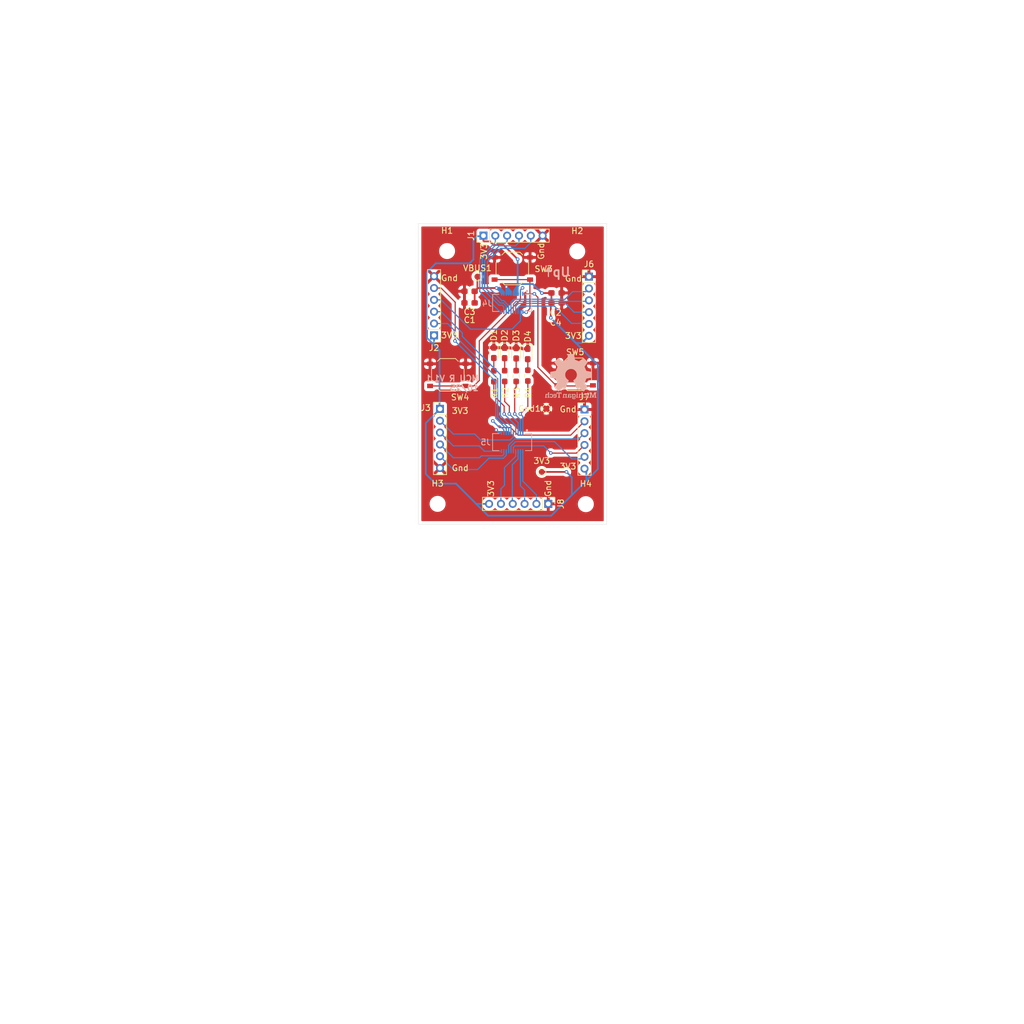
<source format=kicad_pcb>
(kicad_pcb (version 20241229) (generator "pcbnew") (generator_version "9.0")
  (layers (0 "F.Cu" signal) (2 "B.Cu" signal) (13 "F.Paste" user) (15 "B.Paste" user) (5 "F.SilkS" user "F.Silkscreen") (7 "B.SilkS" user "B.Silkscreen") (1 "F.Mask" user) (3 "B.Mask" user) (25 "Edge.Cuts" user))
  (net 0 "")
  (net 1 "GPIO4")
  (net 2 "GND")
  (net 3 "GPIO5")
  (net 4 "GPIO1")
  (net 5 "GPIO2")
  (net 6 "GPIO21")
  (net 7 "GPIO14")
  (net 8 "GPIO12")
  (net 9 "GPIO9")
  (net 10 "VCC_5V")
  (net 11 "GPIO11")
  (net 12 "GPIO3")
  (net 13 "VCC_3V3")
  (net 14 "GPIO8")
  (net 15 "GPIO48")
  (net 16 "GPIO10")
  (net 17 "GPIO18")
  (net 18 "GPIO13")
  (net 19 "GPIO47")
  (net 20 "GPIO16")
  (net 21 "RXD0")
  (net 22 "GPIO17")
  (net 23 "TXD0")
  (net 24 "GPIO7")
  (net 25 "GPIO42")
  (net 26 "GPIO36")
  (net 27 "GPIO6")
  (net 28 "GPIO37")
  (net 29 "GPIO38")
  (net 30 "GPIO15")
  (net 31 "GPIO41")
  (net 32 "GPIO35")
  (net 33 "Net-(D4-A)")
  (net 34 "Net-(D1-A)")
  (net 35 "Net-(D2-A)")
  (net 36 "Net-(D3-A)")
  (net 37 "GPIO39")
  (net 38 "GPIO40")
  (footprint "Connector_PinHeader_2.00mm:PinHeader_1x06_P2.00mm_Vertical" (layer "F.Cu") (at 158.125 85.575)
    (property "Reference" "J7")
    (property "Value" "Conn_01x06_Pin")
  )
  (footprint "MCU_Carrier_Board:SW_Push_1P1T_XKB_TS-1187A" (layer "F.Cu") (at 156.55 79.625)
    (property "Reference" "SW5")
    (property "Value" "SW_Push")
  )
  (footprint "Connector_PinHeader_2.00mm:PinHeader_1x06_P2.00mm_Vertical" (layer "F.Cu") (at 158.875 63.125)
    (property "Reference" "J6")
    (property "Value" "Conn_01x06_Pin")
  )
  (footprint "MCU_Carrier_Board:TestPoint_Pad_D1.0mm" (layer "F.Cu") (at 151.675 85.45)
    (property "Reference" "Gnd1")
    (property "Value" "TestPoint")
  )
  (footprint "Connector_PinHeader_2.00mm:PinHeader_1x06_P2.00mm_Vertical" (layer "F.Cu") (at 152 101.525 -90)
    (property "Reference" "J8")
    (property "Value" "Conn_01x06_Pin")
  )
  (footprint "MCU_Carrier_Board:TestPoint_Pad_D1.0mm" (layer "F.Cu") (at 150.9 96.125)
    (property "Reference" "3V3")
    (property "Value" "TestPoint")
  )
  (footprint "MCU_Carrier_Board:LED_0603_1608Metric_Pad1.05x0.95mm_HandSolder" (layer "F.Cu") (at 148.525 76.2 -90)
    (property "Reference" "D4")
    (property "Value" "LED")
  )
  (footprint "MCU_Carrier_Board:MountingHole_2.5mm" (layer "F.Cu") (at 134.9 58.8)
    (property "Reference" "H1")
    (property "Value" "MountingHole")
  )
  (footprint "MCU_Carrier_Board:SW_Push_1P1T_XKB_TS-1187A" (layer "F.Cu") (at 145.925 61.75)
    (property "Reference" "SW3")
    (property "Value" "SW_Push")
  )
  (footprint "MCU_Carrier_Board:LED_0603_1608Metric_Pad1.05x0.95mm_HandSolder" (layer "F.Cu") (at 146.575 76.075 -90)
    (property "Reference" "D3")
    (property "Value" "LED")
  )
  (footprint "MCU_Carrier_Board:LED_0603_1608Metric_Pad1.05x0.95mm_HandSolder" (layer "F.Cu") (at 142.8 76 -90)
    (property "Reference" "D1")
    (property "Value" "LED")
  )
  (footprint "MCU_Carrier_Board:LED_0603_1608Metric_Pad1.05x0.95mm_HandSolder" (layer "F.Cu") (at 144.625 76.025 -90)
    (property "Reference" "D2")
    (property "Value" "LED")
  )
  (footprint "MCU_Carrier_Board:C_0603_1608Metric_Pad1.08x0.95mm_HandSolder" (layer "F.Cu") (at 153.4 67.5625)
    (property "Reference" "C4")
    (property "Value" "10uF")
  )
  (footprint "MCU_Carrier_Board:R_0603_1608Metric_Pad0.98x0.95mm_HandSolder" (layer "F.Cu") (at 146.575 79.925 90)
    (property "Reference" "R3")
    (property "Value" "1K")
  )
  (footprint "MCU_Carrier_Board:R_0603_1608Metric_Pad0.98x0.95mm_HandSolder" (layer "F.Cu") (at 144.635 79.925 90)
    (property "Reference" "R2")
    (property "Value" "1K")
  )
  (footprint "MCU_Carrier_Board:MountingHole_2.5mm" (layer "F.Cu") (at 156.9 58.85)
    (property "Reference" "H2")
    (property "Value" "MountingHole")
  )
  (footprint "MCU_Carrier_Board:SW_Push_1P1T_XKB_TS-1187A" (layer "F.Cu") (at 135.025 79.725)
    (property "Reference" "SW4")
    (property "Value" "SW_Push")
  )
  (footprint "Connector_PinHeader_2.00mm:PinHeader_1x06_P2.00mm_Vertical" (layer "F.Cu") (at 141.05 56.2 90)
    (property "Reference" "J1")
    (property "Value" "Conn_01x06_Pin")
  )
  (footprint "Connector_PinHeader_2.00mm:PinHeader_1x06_P2.00mm_Vertical" (layer "F.Cu") (at 132.7 73.05 180)
    (property "Reference" "J2")
    (property "Value" "Conn_01x06_Pin")
  )
  (footprint "MCU_Carrier_Board:R_0603_1608Metric_Pad0.98x0.95mm_HandSolder" (layer "F.Cu") (at 142.8 79.95 90)
    (property "Reference" "R1")
    (property "Value" "1K")
  )
  (footprint "MCU_Carrier_Board:C_0603_1608Metric_Pad1.08x0.95mm_HandSolder" (layer "F.Cu") (at 138.7 67.5625)
    (property "Reference" "C1")
    (property "Value" ".1uF")
  )
  (footprint "MCU_Carrier_Board:C_0603_1608Metric_Pad1.08x0.95mm_HandSolder" (layer "F.Cu") (at 138.7 65.6)
    (property "Reference" "C3")
    (property "Value" "10uF")
  )
  (footprint "MCU_Carrier_Board:R_0603_1608Metric_Pad0.98x0.95mm_HandSolder" (layer "F.Cu") (at 148.55 79.85 90)
    (property "Reference" "R4")
    (property "Value" "1K")
  )
  (footprint "MCU_Carrier_Board:C_0603_1608Metric_Pad1.08x0.95mm_HandSolder" (layer "F.Cu") (at 153.4 65.875)
    (property "Reference" "C2")
    (property "Value" ".1uF")
  )
  (footprint "Connector_PinHeader_2.00mm:PinHeader_1x06_P2.00mm_Vertical" (layer "F.Cu") (at 133.7 85.475)
    (property "Reference" "J3")
    (property "Value" "Conn_01x06_Pin")
  )
  (footprint "MCU_Carrier_Board:MountingHole_2.5mm" (layer "F.Cu") (at 133.3 101.525)
    (property "Reference" "H3")
    (property "Value" "MountingHole")
  )
  (footprint "MCU_Carrier_Board:TestPoint_Pad_D1.0mm" (layer "F.Cu") (at 140.025 63.125)
    (property "Reference" "VBUS1")
    (property "Value" "TestPoint")
  )
  (footprint "MCU_Carrier_Board:MountingHole_2.5mm" (layer "F.Cu") (at 158.35 101.575)
    (property "Reference" "H4")
    (property "Value" "MountingHole")
  )
  (footprint "MCU_Carrier_Board:HRS_DF40C-20DS-0.4V_51_" (layer "B.Cu") (at 145.9 91.0875 180)
    (property "Reference" "J5")
    (property "Value" "Bottom Connector")
  )
  (footprint "MCU_Carrier_Board:HRS_DF40C-20DS-0.4V_51_" (layer "B.Cu") (at 145.9 67.5625 180)
    (property "Reference" "J4")
    (property "Value" "Top Connector")
  )
  (gr_poly (pts (xy 146.9 66.275) (xy 146.075 66.275) (xy 146.1 65.575) (xy 146.875 64.35)) (stroke (width 0.2)) (fill yes) (layer "B.Cu") (net 13))
  (gr_poly (pts (xy 153.086326 82.945599) (xy 153.049083 82.947613) (xy 153.032058 82.949234) (xy 153.016056 82.951309) (xy 153.001047 82.953873) (xy 152.987001 82.956962) (xy 152.973886 82.960609) (xy 152.961672 82.96485) (xy 152.95033 82.969718) (xy 152.939827 82.975249) (xy 152.930135 82.981477) (xy 152.921221 82.988437) (xy 152.913057 82.996163) (xy 152.90561 83.004691) (xy 152.898852 83.014053) (xy 152.89275 83.024286) (xy 152.887275 83.035424) (xy 152.882397 83.047501) (xy 152.878084 83.060552) (xy 152.874306 83.074612) (xy 152.871033 83.089714) (xy 152.868233 83.105895) (xy 152.865878 83.123188) (xy 152.863935 83.141628) (xy 152.861168 83.182088) (xy 152.859686 83.227551) (xy 152.859246 83.278294) (xy 152.859332 83.283341) (xy 152.859603 83.28791) (xy 152.860077 83.292025) (xy 152.860396 83.293917) (xy 152.860773 83.295704) (xy 152.86121 83.297387) (xy 152.86171 83.298969) (xy 152.862275 83.300453) (xy 152.862907 83.301841) (xy 152.863608 83.303136) (xy 152.864382 83.304341) (xy 152.865229 83.305457) (xy 152.866154 83.306489) (xy 152.867158 83.307437) (xy 152.868242 83.308306) (xy 152.869411 83.309097) (xy 152.870666 83.309813) (xy 152.872009 83.310457) (xy 152.873443 83.311032) (xy 152.87497 83.311539) (xy 152.876592 83.311982) (xy 152.878312 83.312363) (xy 152.880133 83.312685) (xy 152.884083 83.313161) (xy 152.888463 83.313431) (xy 152.89329 83.313517) (xy 153.258291 83.313517) (xy 153.257407 83.340397) (xy 153.25601 83.364357) (xy 153.253999 83.385563) (xy 153.251271 83.404176) (xy 153.247726 83.42036) (xy 153.245615 83.427593) (xy 153.243262 83.43428) (xy 153.240653 83.440441) (xy 153.237776 83.446098) (xy 153.234619 83.45127) (xy 153.231169 83.455977) (xy 153.227412 83.460242) (xy 153.223337 83.464083) (xy 153.218931 83.467521) (xy 153.214181 83.470577) (xy 153.209073 83.473271) (xy 153.203597 83.475623) (xy 153.197738 83.477655) (xy 153.191484 83.479386) (xy 153.177742 83.482027) (xy 153.162267 83.483712) (xy 153.144959 83.484602) (xy 153.125717 83.484863) (xy 153.106089 83.484634) (xy 153.088527 83.483915) (xy 153.072921 83.482656) (xy 153.059159 83.480807) (xy 153.047132 83.478318) (xy 153.041734 83.476818) (xy 153.036729 83.47514) (xy 153.032103 83.473276) (xy 153.027841 83.471222) (xy 153.02393 83.468971) (xy 153.020356 83.466516) (xy 153.017105 83.463851) (xy 153.014165 83.460971) (xy 153.01152 83.457869) (xy 153.009157 83.454538) (xy 153.007062 83.450972) (xy 153.005222 83.447166) (xy 153.003622 83.443113) (xy 153.00225 83.438807) (xy 153.00013 83.42941) (xy 152.998752 83.418926) (xy 152.998007 83.407305) (xy 152.997783 83.394497) (xy 152.860428 83.388606) (xy 152.860906 83.417411) (xy 152.862488 83.443599) (xy 152.863763 83.455743) (xy 152.865398 83.467272) (xy 152.867421 83.478199) (xy 152.869859 83.488537) (xy 152.872741 83.498299) (xy 152.876095 83.507498) (xy 152.879948 83.516148) (xy 152.884329 83.52426) (xy 152.889265 83.53185) (xy 152.894785 83.538929) (xy 152.900915 83.54551) (xy 152.907685 83.551608) (xy 152.915122 83.557234) (xy 152.923254 83.562402) (xy 152.932109 83.567126) (xy 152.941714 83.571417) (xy 152.952099 83.57529) (xy 152.96329 83.578758) (xy 152.975316 83.581833) (xy 152.988205 83.584528) (xy 153.001984 83.586858) (xy 153.016681 83.588834) (xy 153.032325 83.590471) (xy 153.048943 83.59178) (xy 153.085214 83.59347) (xy 153.125717 83.594011) (xy 153.167326 83.593351) (xy 153.204719 83.59121) (xy 153.2219 83.589508) (xy 153.238106 83.587344) (xy 153.253363 83.584687) (xy 153.267699 83.581507) (xy 153.281139 83.577774) (xy 153.293709 83.573457) (xy 153.305437 83.568525) (xy 153.316348 83.562948) (xy 153.32647 83.556695) (xy 153.335828 83.549736) (xy 153.344449 83.542041) (xy 153.352359 83.533578) (xy 153.359585 83.524318) (xy 153.366153 83.514229) (xy 153.37209 83.503282) (xy 153.377423 83.491446) (xy 153.382176 83.478689) (xy 153.386378 83.464982) (xy 153.390054 83.450295) (xy 153.393231 83.434596) (xy 153.395935 83.417855) (xy 153.398193 83.400042) (xy 153.401475 83.361076) (xy 153.403289 83.317454) (xy 153.403847 83.268931) (xy 153.403292 83.220809) (xy 153.258291 83.220809) (xy 152.998964 83.220809) (xy 152.999886 83.194554) (xy 153.001384 83.17114) (xy 153.003538 83.150409) (xy 153.006428 83.132202) (xy 153.008175 83.123995) (xy 153.010136 83.116361) (xy 153.012323 83.109278) (xy 153.014744 83.102728) (xy 153.017409 83.09669) (xy 153.02033 83.091145) (xy 153.023516 83.086072) (xy 153.026977 83.081453) (xy 153.030723 83.077267) (xy 153.034765 83.073494) (xy 153.039113 83.070115) (xy 153.043775 83.06711) (xy 153.048764 83.064459) (xy 153.054089 83.062142) (xy 153.059759 83.06014) (xy 153.065786 83.058433) (xy 153.078947 83.055823) (xy 153.093654 83.054155) (xy 153.109987 83.05327) (xy 153.128028 83.05301) (xy 153.146669 83.05327) (xy 153.163476 83.054155) (xy 153.171221 83.054881) (xy 153.178542 83.055823) (xy 153.185452 83.057) (xy 153.191961 83.058433) (xy 153.198081 83.06014) (xy 153.203824 83.062142) (xy 153.209202 83.064459) (xy 153.214226 83.06711) (xy 153.218907 83.070115) (xy 153.223258 83.073494) (xy 153.22729 83.077267) (xy 153.231015 83.081453) (xy 153.234444 83.086072) (xy 153.237588 83.091145) (xy 153.240461 83.09669) (xy 153.243072 83.102728) (xy 153.245434 83.109278) (xy 153.247559 83.116361) (xy 153.249457 83.123995) (xy 153.251141 83.132202) (xy 153.252622 83.140999) (xy 153.253913 83.150409) (xy 153.255966 83.17114) (xy 153.257395 83.194554) (xy 153.258291 83.220809) (xy 153.403292 83.220809) (xy 153.40329 83.220615) (xy 153.401479 83.177173) (xy 153.398208 83.138362) (xy 153.393267 83.10394) (xy 153.390105 83.088299) (xy 153.386448 83.073664) (xy 153.38227 83.060006) (xy 153.377544 83.047293) (xy 153.372245 83.035495) (xy 153.366347 83.024583) (xy 153.359823 83.014526) (xy 153.352648 83.005293) (xy 153.344795 82.996855) (xy 153.336239 82.98918) (xy 153.326954 82.982239) (xy 153.316913 82.976002) (xy 153.30609 82.970438) (xy 153.29446 82.965516) (xy 153.281997 82.961207) (xy 153.268674 82.95748) (xy 153.254465 82.954305) (xy 153.239345 82.951652) (xy 153.206267 82.947789) (xy 153.169231 82.945649) (xy 153.128028 82.94499)) (stroke (width -0.000001)) (fill yes) (layer "B.SilkS"))
  (gr_poly (pts (xy 158.160739 82.945519) (xy 158.124578 82.947189) (xy 158.09236 82.950122) (xy 158.063873 82.954439) (xy 158.05096 82.957155) (xy 158.038899 82.960263) (xy 158.027663 82.963778) (xy 158.017225 82.967715) (xy 158.007558 82.972089) (xy 157.998636 82.976917) (xy 157.99043 82.982212) (xy 157.982916 82.987991) (xy 157.976065 82.994268) (xy 157.96985 83.001059) (xy 157.964246 83.008379) (xy 157.959224 83.016244) (xy 157.954759 83.024667) (xy 157.950823 83.033666) (xy 157.947389 83.043254) (xy 157.944431 83.053448) (xy 157.941921 83.064262) (xy 157.939834 83.075712) (xy 157.936816 83.10058) (xy 157.935163 83.128173) (xy 157.93466 83.158614) (xy 158.074324 83.165616) (xy 158.074575 83.151097) (xy 158.07539 83.137849) (xy 158.076041 83.131687) (xy 158.076869 83.125826) (xy 158.077888 83.12026) (xy 158.07911 83.114982) (xy 158.080547 83.109988) (xy 158.08221 83.105271) (xy 158.084113 83.100826) (xy 158.086268 83.096647) (xy 158.088686 83.092728) (xy 158.091381 83.089063) (xy 158.094364 83.085647) (xy 158.097648 83.082474) (xy 158.101244 83.079537) (xy 158.105165 83.076832) (xy 158.109424 83.074353) (xy 158.114033 83.072093) (xy 158.119003 83.070047) (xy 158.124347 83.068209) (xy 158.130078 83.066574) (xy 158.136207 83.065135) (xy 158.142747 83.063888) (xy 158.149711 83.062825) (xy 158.157109 83.061942) (xy 158.164955 83.061232) (xy 158.182039 83.06031) (xy 158.20106 83.060013) (xy 158.22169 83.060348) (xy 158.240106 83.061481) (xy 158.248521 83.062408) (xy 158.256428 83.063606) (xy 158.263842 83.0651) (xy 158.270779 83.066913) (xy 158.277254 83.069071) (xy 158.283281 83.071597) (xy 158.288877 83.074514) (xy 158.294056 83.077848) (xy 158.298834 83.081622) (xy 158.303226 83.08586) (xy 158.307247 83.090586) (xy 158.310913 83.095825) (xy 158.314238 83.101599) (xy 158.317238 83.107934) (xy 158.319929 83.114854) (xy 158.322325 83.122382) (xy 158.324441 83.130542) (xy 158.326294 83.13936) (xy 158.327898 83.148857) (xy 158.329268 83.159059) (xy 158.33042 83.16999) (xy 158.331369 83.181674) (xy 158.332718 83.207396) (xy 158.333439 83.236418) (xy 158.333652 83.268931) (xy 158.333439 83.301639) (xy 158.332718 83.330804) (xy 158.331369 83.356625) (xy 158.329268 83.379298) (xy 158.326294 83.399023) (xy 158.322325 83.415995) (xy 158.319929 83.423511) (xy 158.317238 83.430413) (xy 158.314238 83.436726) (xy 158.310913 83.442475) (xy 158.307247 83.447684) (xy 158.303226 83.452378) (xy 158.298834 83.456581) (xy 158.294056 83.460319) (xy 158.288877 83.463616) (xy 158.283281 83.466496) (xy 158.277254 83.468986) (xy 158.270779 83.471108) (xy 158.256428 83.47435) (xy 158.240106 83.476422) (xy 158.22169 83.47752) (xy 158.20106 83.477842) (xy 158.181847 83.477598) (xy 158.164621 83.476826) (xy 158.149278 83.475467) (xy 158.135716 83.473459) (xy 158.129571 83.472194) (xy 158.123832 83.470744) (xy 158.118486 83.469101) (xy 158.113521 83.467259) (xy 158.108924 83.46521) (xy 158.104682 83.462946) (xy 158.100782 83.460459) (xy 158.097211 83.457743) (xy 158.093956 83.45479) (xy 158.091005 83.451592) (xy 158.088344 83.448141) (xy 158.085961 83.444431) (xy 158.083843 83.440453) (xy 158.081976 83.4362) (xy 158.080348 83.431665) (xy 158.078946 83.42684) (xy 158.077758 83.421717) (xy 158.07677 83.416289) (xy 158.075342 83.404488) (xy 158.074562 83.391376) (xy 158.074324 83.376894) (xy 157.93466 83.371002) (xy 157.935124 83.403103) (xy 157.936671 83.432149) (xy 157.939531 83.458274) (xy 157.941526 83.470284) (xy 157.943935 83.481615) (xy 157.946787 83.492284) (xy 157.950112 83.502308) (xy 157.953938 83.511704) (xy 157.958294 83.520489) (xy 157.963208 83.528679) (xy 157.96871 83.536293) (xy 157.974829 83.543346) (xy 157.981593 83.549856) (xy 157.98903 83.55584) (xy 157.99717 83.561315) (xy 158.006042 83.566297) (xy 158.015675 83.570805) (xy 158.026096 83.574854) (xy 158.037336 83.578462) (xy 158.049422 83.581645) (xy 158.062384 83.584422) (xy 158.076251 83.586808) (xy 158.09105 83.588821) (xy 158.123565 83.591795) (xy 158.160158 83.593479) (xy 158.20106 83.594011) (xy 158.24267 83.593351) (xy 158.280062 83.59121) (xy 158.297243 83.589508) (xy 158.313449 83.587344) (xy 158.328707 83.584687) (xy 158.343042 83.581507) (xy 158.356482 83.577774) (xy 158.369052 83.573457) (xy 158.38078 83.568525) (xy 158.391691 83.562948) (xy 158.401813 83.556695) (xy 158.411171 83.549736) (xy 158.419792 83.542041) (xy 158.427702 83.533578) (xy 158.434928 83.524318) (xy 158.441496 83.514229) (xy 158.447433 83.503282) (xy 158.452766 83.491446) (xy 158.457519 83.478689) (xy 158.461721 83.464982) (xy 158.465397 83.450295) (xy 158.468574 83.434596) (xy 158.471278 83.417855) (xy 158.473535 83.400042) (xy 158.476818 83.361076) (xy 158.478632 83.317454) (xy 158.47919 83.268931) (xy 158.478632 83.220615) (xy 158.476818 83.177173) (xy 158.473535 83.138362) (xy 158.468574 83.10394) (xy 158.465397 83.088299) (xy 158.461721 83.073664) (xy 158.457519 83.060006) (xy 158.452766 83.047293) (xy 158.447433 83.035495) (xy 158.441496 83.024583) (xy 158.434928 83.014526) (xy 158.427702 83.005293) (xy 158.419792 82.996855) (xy 158.411171 82.98918) (xy 158.401813 82.982239) (xy 158.391691 82.976002) (xy 158.38078 82.970438) (xy 158.369052 82.965516) (xy 158.356482 82.961207) (xy 158.343042 82.95748) (xy 158.328707 82.954305) (xy 158.313449 82.951652) (xy 158.280062 82.947789) (xy 158.24267 82.945649) (xy 158.20106 82.94499)) (stroke (width -0.000001)) (fill yes) (layer "B.SilkS"))
  (gr_poly (pts (xy 152.465236 82.945519) (xy 152.429078 82.947189) (xy 152.396863 82.950122) (xy 152.368376 82.954439) (xy 152.355463 82.957155) (xy 152.343402 82.960263) (xy 152.332166 82.963778) (xy 152.321727 82.967715) (xy 152.312059 82.972089) (xy 152.303135 82.976917) (xy 152.294928 82.982212) (xy 152.287412 82.987991) (xy 152.280559 82.994268) (xy 152.274343 83.001059) (xy 152.268736 83.008379) (xy 152.263713 83.016244) (xy 152.259246 83.024667) (xy 152.255308 83.033666) (xy 152.251872 83.043254) (xy 152.248912 83.053448) (xy 152.246401 83.064262) (xy 152.244312 83.075712) (xy 152.241292 83.10058) (xy 152.239638 83.128173) (xy 152.239134 83.158614) (xy 152.37878 83.165616) (xy 152.37903 83.151097) (xy 152.379847 83.137849) (xy 152.380498 83.131687) (xy 152.381327 83.125826) (xy 152.382346 83.12026) (xy 152.383569 83.114982) (xy 152.385006 83.109988) (xy 152.386671 83.105271) (xy 152.388575 83.100826) (xy 152.39073 83.096647) (xy 152.39315 83.092728) (xy 152.395845 83.089063) (xy 152.39883 83.085647) (xy 152.402114 83.082474) (xy 152.405712 83.079537) (xy 152.409635 83.076832) (xy 152.413895 83.074353) (xy 152.418505 83.072093) (xy 152.423477 83.070047) (xy 152.428823 83.068209) (xy 152.434555 83.066574) (xy 152.440686 83.065135) (xy 152.447227 83.063888) (xy 152.454192 83.062825) (xy 152.461592 83.061942) (xy 152.46944 83.061232) (xy 152.486527 83.06031) (xy 152.505552 83.060013) (xy 152.526188 83.060348) (xy 152.544609 83.061481) (xy 152.553027 83.062408) (xy 152.560936 83.063606) (xy 152.568352 83.0651) (xy 152.575291 83.066913) (xy 152.581768 83.069071) (xy 152.587797 83.071597) (xy 152.593394 83.074514) (xy 152.598575 83.077848) (xy 152.603354 83.081622) (xy 152.607747 83.08586) (xy 152.611769 83.090586) (xy 152.615435 83.095825) (xy 152.618761 83.101599) (xy 152.621762 83.107934) (xy 152.624453 83.114854) (xy 152.62685 83.122382) (xy 152.628967 83.130542) (xy 152.63082 83.13936) (xy 152.632424 83.148857) (xy 152.633794 83.159059) (xy 152.634946 83.16999) (xy 152.635895 83.181674) (xy 152.637245 83.207396) (xy 152.637965 83.236418) (xy 152.638178 83.268931) (xy 152.637965 83.301639) (xy 152.637245 83.330804) (xy 152.635895 83.356625) (xy 152.633794 83.379298) (xy 152.63082 83.399023) (xy 152.62685 83.415995) (xy 152.624453 83.423511) (xy 152.621762 83.430413) (xy 152.618761 83.436726) (xy 152.615435 83.442475) (xy 152.611769 83.447684) (xy 152.607747 83.452378) (xy 152.603354 83.456581) (xy 152.598575 83.460319) (xy 152.593394 83.463616) (xy 152.587797 83.466496) (xy 152.581768 83.468986) (xy 152.575291 83.471108) (xy 152.560936 83.47435) (xy 152.544609 83.476422) (xy 152.526188 83.47752) (xy 152.505552 83.477842) (xy 152.486335 83.477598) (xy 152.469106 83.476826) (xy 152.45376 83.475467) (xy 152.440195 83.473459) (xy 152.434048 83.472194) (xy 152.428307 83.470744) (xy 152.42296 83.469101) (xy 152.417994 83.467259) (xy 152.413395 83.46521) (xy 152.409152 83.462946) (xy 152.40525 83.460459) (xy 152.401678 83.457743) (xy 152.398422 83.45479) (xy 152.39547 83.451592) (xy 152.392808 83.448141) (xy 152.390423 83.444431) (xy 152.388304 83.440453) (xy 152.386436 83.4362) (xy 152.384808 83.431665) (xy 152.383405 83.42684) (xy 152.382216 83.421717) (xy 152.381227 83.416289) (xy 152.379799 83.404488) (xy 152.379018 83.391376) (xy 152.37878 83.376894) (xy 152.239134 83.371002) (xy 152.239599 83.403103) (xy 152.241147 83.432149) (xy 152.24401 83.458274) (xy 152.246006 83.470284) (xy 152.248416 83.481615) (xy 152.251271 83.492284) (xy 152.254597 83.502308) (xy 152.258425 83.511704) (xy 152.262783 83.520489) (xy 152.267699 83.528679) (xy 152.273203 83.536293) (xy 152.279323 83.543346) (xy 152.286089 83.549856) (xy 152.293528 83.55584) (xy 152.30167 83.561315) (xy 152.310543 83.566297) (xy 152.320176 83.570805) (xy 152.330599 83.574854) (xy 152.341839 83.578462) (xy 152.353926 83.581645) (xy 152.366888 83.584422) (xy 152.380754 83.586808) (xy 152.395553 83.588821) (xy 152.428066 83.591795) (xy 152.464655 83.593479) (xy 152.505552 83.594011) (xy 152.547167 83.593351) (xy 152.584565 83.59121) (xy 152.601749 83.589508) (xy 152.617957 83.587344) (xy 152.633217 83.584687) (xy 152.647554 83.581507) (xy 152.660995 83.577774) (xy 152.673568 83.573457) (xy 152.685297 83.568525) (xy 152.69621 83.562948) (xy 152.706332 83.556695) (xy 152.715691 83.549736) (xy 152.724313 83.542041) (xy 152.732224 83.533578) (xy 152.739451 83.524318) (xy 152.74602 83.514229) (xy 152.751958 83.503282) (xy 152.757291 83.491446) (xy 152.762045 83.478689) (xy 152.766247 83.464982) (xy 152.769923 83.450295) (xy 152.7731 83.434596) (xy 152.775804 83.417855) (xy 152.778062 83.400042) (xy 152.781345 83.361076) (xy 152.783159 83.317454) (xy 152.783717 83.268931) (xy 152.783159 83.220615) (xy 152.781345 83.177173) (xy 152.778062 83.138362) (xy 152.7731 83.10394) (xy 152.769923 83.088299) (xy 152.766247 83.073664) (xy 152.762045 83.060006) (xy 152.757291 83.047293) (xy 152.751958 83.035495) (xy 152.746021 83.024583) (xy 152.739452 83.014526) (xy 152.732225 83.005293) (xy 152.724314 82.996855) (xy 152.715692 82.98918) (xy 152.706333 82.982239) (xy 152.69621 82.976002) (xy 152.685297 82.970438) (xy 152.673568 82.965516) (xy 152.660996 82.961207) (xy 152.647554 82.95748) (xy 152.633217 82.954305) (xy 152.617957 82.951652) (xy 152.584565 82.947789) (xy 152.547167 82.945649) (xy 152.505552 82.94499)) (stroke (width -0.000001)) (fill yes) (layer "B.SilkS"))
  (gr_poly (pts (xy 155.40289 76.187599) (xy 155.400894 76.187747) (xy 155.398908 76.187992) (xy 155.396934 76.18833) (xy 155.394975 76.18876) (xy 155.393035 76.189278) (xy 155.391116 76.189882) (xy 155.389222 76.19057) (xy 155.387355 76.19134) (xy 155.385518 76.192188) (xy 155.383714 76.193113) (xy 155.381947 76.194111) (xy 155.380219 76.195181) (xy 155.378533 76.19632) (xy 155.376893 76.197526) (xy 155.3753 76.198796) (xy 155.373759 76.200127) (xy 155.372272 76.201518) (xy 155.370842 76.202965) (xy 155.369473 76.204467) (xy 155.368166 76.20602) (xy 155.366926 76.207623) (xy 155.365755 76.209273) (xy 155.364656 76.210967) (xy 155.363632 76.212703) (xy 155.362686 76.214479) (xy 155.361822 76.216292) (xy 155.361041 76.218139) (xy 155.360347 76.220019) (xy 155.359744 76.221928) (xy 155.359233 76.223864) (xy 155.358819 76.225826) (xy 155.192572 77.119094) (xy 155.192153 77.121074) (xy 155.191643 77.123061) (xy 155.191046 77.125051) (xy 155.190364 77.12704) (xy 155.188759 77.131006) (xy 155.18685 77.134933) (xy 155.184659 77.138795) (xy 155.182209 77.142567) (xy 155.179523 77.146222) (xy 155.176622 77.149735) (xy 155.173531 77.153081) (xy 155.17027 77.156233) (xy 155.166863 77.159167) (xy 155.163332 77.161855) (xy 155.1597 77.164273) (xy 155.15599 77.166395) (xy 155.154112 77.167337) (xy 155.152223 77.168195) (xy 155.150325 77.168966) (xy 155.148422 77.169647) (xy 154.549741 77.414705) (xy 154.546025 77.416339) (xy 154.542083 77.417705) (xy 154.53795 77.418804) (xy 154.533661 77.41964) (xy 154.529251 77.420213) (xy 154.524754 77.420526) (xy 154.520204 77.420582) (xy 154.515638 77.420382) (xy 154.51109 77.419929) (xy 154.506593 77.419226) (xy 154.502184 77.418273) (xy 154.497897 77.417074) (xy 154.493766 77.41563) (xy 154.489826 77.413944) (xy 154.486113 77.412018) (xy 154.48266 77.409854) (xy 153.736411 76.89778) (xy 153.734728 76.896682) (xy 153.732995 76.895669) (xy 153.731217 76.894742) (xy 153.729396 76.893899) (xy 153.727538 76.893141) (xy 153.725644 76.892467) (xy 153.72372 76.891876) (xy 153.72177 76.891369) (xy 153.719796 76.890945) (xy 153.717803 76.890604) (xy 153.713774 76.890168) (xy 153.709713 76.890058) (xy 153.705651 76.890272) (xy 153.701619 76.890807) (xy 153.697646 76.891659) (xy 153.693762 76.892826) (xy 153.691864 76.893526) (xy 153.689999 76.894305) (xy 153.688172 76.89516) (xy 153.686387 76.896093) (xy 153.684647 76.897102) (xy 153.682955 76.898187) (xy 153.681317 76.899348) (xy 153.679735 76.900585) (xy 153.678214 76.901897) (xy 153.676757 76.903283) (xy 153.048319 77.531704) (xy 153.046933 77.533162) (xy 153.045622 77.534686) (xy 153.044387 77.53627) (xy 153.043228 77.537911) (xy 153.042146 77.539605) (xy 153.04114 77.541348) (xy 153.03936 77.544967) (xy 153.037889 77.548737) (xy 153.03673 77.552627) (xy 153.035886 77.556607) (xy 153.035358 77.560647) (xy 153.035149 77.564715) (xy 153.035261 77.568781) (xy 153.035696 77.572815) (xy 153.036457 77.576786) (xy 153.037545 77.580664) (xy 153.038213 77.582558) (xy 153.038963 77.584417) (xy 153.039797 77.586237) (xy 153.040713 77.588015) (xy 153.041713 77.589747) (xy 153.042797 77.591429) (xy 153.545982 78.324783) (xy 153.548146 78.328257) (xy 153.550066 78.331982) (xy 153.551741 78.335924) (xy 153.553167 78.34005) (xy 153.554343 78.344325) (xy 153.555267 78.348716) (xy 153.555936 78.353189) (xy 153.556349 78.357711) (xy 153.556504 78.362246) (xy 153.556399 78.366763) (xy 153.556031 78.371226) (xy 153.555398 78.375603) (xy 153.554499 78.379859) (xy 153.55333 78.38396) (xy 153.551891 78.387873) (xy 153.55018 78.391564) (xy 153.285455 79.009154) (xy 153.283946 79.012945) (xy 153.282088 79.016702) (xy 153.279908 79.020403) (xy 153.277433 79.024026) (xy 153.27469 79.027547) (xy 153.271704 79.030945) (xy 153.268502 79.034196) (xy 153.265111 79.037279) (xy 153.261557 79.040172) (xy 153.257867 79.04285) (xy 153.254068 79.045293) (xy 153.250186 79.047477) (xy 153.246247 79.049381) (xy 153.242277 79.050981) (xy 153.238305 79.052255) (xy 153.234356 79.053181) (xy 152.37072 79.21373) (xy 152.370721 79.21373) (xy 152.368761 79.214155) (xy 152.366826 79.214675) (xy 152.364919 79.215288) (xy 152.363041 79.215989) (xy 152.361194 79.216776) (xy 152.359383 79.217647) (xy 152.357609 79.218598) (xy 152.355874 79.219626) (xy 152.352532 79.221903) (xy 152.349379 79.224455) (xy 152.346432 79.227257) (xy 152.343713 79.230288) (xy 152.341241 79.233524) (xy 152.339036 79.23694) (xy 152.337118 79.240515) (xy 152.336272 79.242354) (xy 152.335505 79.244224) (xy 152.33482 79.246122) (xy 152.334219 79.248045) (xy 152.333705 79.24999) (xy 152.333279 79.251954) (xy 152.332944 79.253935) (xy 152.332704 79.255928) (xy 152.33256 79.257932) (xy 152.332515 79.259943) (xy 152.332656 80.14875) (xy 152.332706 80.150758) (xy 152.332854 80.15276) (xy 152.333099 80.154752) (xy 152.333437 80.156732) (xy 152.333866 80.158696) (xy 152.334383 80.160642) (xy 152.334987 80.162565) (xy 152.335674 80.164465) (xy 152.336443 80.166336) (xy 152.337291 80.168177) (xy 152.338215 80.169985) (xy 152.339213 80.171756) (xy 152.340282 80.173487) (xy 152.34142 80.175176) (xy 152.342625 80.176819) (xy 152.343894 80.178414) (xy 152.345225 80.179957) (xy 152.346614 80.181445) (xy 152.348061 80.182876) (xy 152.349562 80.184246) (xy 152.351115 80.185553) (xy 152.352717 80.186793) (xy 152.354366 80.187964) (xy 152.356059 80.189062) (xy 152.357795 80.190085) (xy 152.35957 80.191029) (xy 152.361382 80.191891) (xy 152.363229 80.192669) (xy 152.365108 80.193359) (xy 152.367017 80.193959) (xy 152.368954 80.194465) (xy 152.370915 80.194875) (xy 153.213348 80.351649) (xy 153.215327 80.352055) (xy 153.217311 80.352553) (xy 153.219296 80.35314) (xy 153.22128 80.353814) (xy 153.225228 80.355408) (xy 153.229132 80.357312) (xy 153.232965 80.359503) (xy 153.236703 80.361958) (xy 153.240319 80.364654) (xy 153.24379 80.367566) (xy 153.247089 80.370673) (xy 153.250192 80.373951) (xy 153.253073 80.377377) (xy 153.255706 80.380926) (xy 153.258068 80.384577) (xy 153.260132 80.388306) (xy 153.261873 80.39209) (xy 153.262614 80.393995) (xy 153.263266 80.395905) (xy 153.526261 81.052866) (xy 153.527888 81.056605) (xy 153.529245 81.060564) (xy 153.530335 81.064709) (xy 153.53116 81.069005) (xy 153.531723 81.073419) (xy 153.532026 81.077917) (xy 153.532072 81.082463) (xy 153.531864 81.087025) (xy 153.531403 81.091569) (xy 153.530694 81.096059) (xy 153.529737 81.100462) (xy 153.528536 81.104745) (xy 153.527093 81.108872) (xy 153.525411 81.11281) (xy 153.523493 81.116524) (xy 153.52134 81.119982) (xy 153.042797 81.817282) (xy 153.0417 81.818961) (xy 153.040689 81.82069) (xy 153.039763 81.822465) (xy 153.038922 81.824284) (xy 153.038165 81.826142) (xy 153.037492 81.828034) (xy 153.036903 81.829958) (xy 153.036397 81.83191) (xy 153.035974 81.833885) (xy 153.035633 81.83588) (xy 153.035199 81.839914) (xy 153.03509 81.843981) (xy 153.035305 81.848051) (xy 153.03584 81.852092) (xy 153.036692 81.856074) (xy 153.03786 81.859967) (xy 153.038561 81.86187) (xy 153.039339 81.863739) (xy 153.040195 81.86557) (xy 153.041127 81.867359) (xy 153.042136 81.869104) (xy 153.043222 81.870798) (xy 153.044383 81.87244) (xy 153.04562 81.874025) (xy 153.046932 81.875548) (xy 153.048318 81.877007) (xy 153.67688 82.505499) (xy 153.678326 82.506874) (xy 153.679838 82.508175) (xy 153.681411 82.509402) (xy 153.683043 82.510554) (xy 153.684728 82.511631) (xy 153.686464 82.512633) (xy 153.69007 82.514408) (xy 153.69383 82.515877) (xy 153.697714 82.517037) (xy 153.70169 82.517885) (xy 153.705728 82.518419) (xy 153.709796 82.518635) (xy 153.713864 82.518531) (xy 153.7179 82.518103) (xy 153.721875 82.51735) (xy 153.725756 82.516268) (xy 153.727652 82.515602) (xy 153.729514 82.514854) (xy 153.731337 82.514021) (xy 153.733117 82.513105) (xy 153.73485 82.512105) (xy 153.736534 82.511019) (xy 154.421523 82.040837) (xy 154.424967 82.038702) (xy 154.428656 82.03683) (xy 154.432556 82.03522) (xy 154.436633 82.033874) (xy 154.440854 82.032793) (xy 154.445186 82.031978) (xy 154.449594 82.031428) (xy 154.454045 82.031146) (xy 154.458505 82.031133) (xy 154.462942 82.031388) (xy 154.467321 82.031913) (xy 154.471609 82.032708) (xy 154.475771 82.033775) (xy 154.479776 82.035115) (xy 154.483588 82.036728) (xy 154.487175 82.038614) (xy 154.789241 82.199887) (xy 154.791046 82.200743) (xy 154.792866 82.201495) (xy 154.794698 82.202145) (xy 154.796539 82.202693) (xy 154.798387 82.203141) (xy 154.800237 82.203491) (xy 154.802086 82.203743) (xy 154.803932 82.203898) (xy 154.805772 82.203957) (xy 154.807601 82.203922) (xy 154.809417 82.203794) (xy 154.811217 82.203574) (xy 154.812998 82.203263) (xy 154.814755 82.202863) (xy 154.816488 82.202373) (xy 154.818191 82.201796) (xy 154.819862 82.201133) (xy 154.821497 82.200385) (xy 154.823094 82.199553) (xy 154.82465 82.198638) (xy 154.82616 82.197641) (xy 154.827623 82.196564) (xy 154.829035 82.195407) (xy 154.830392 82.194172) (xy 154.831691 82.19286) (xy 154.83293 82.191472) (xy 154.834105 82.190009) (xy 154.835213 82.188473) (xy 154.836251 82.186864) (xy 154.837216 82.185183) (xy 154.838104 82.183433) (xy 154.838912 82.181613) (xy 155.461705 80.676593) (xy 155.462423 80.674722) (xy 155.463046 80.672822) (xy 155.463574 80.670897) (xy 155.46401 80.668951) (xy 155.464353 80.666987) (xy 155.464607 80.665008) (xy 155.464771 80.663019) (xy 155.464848 80.661022) (xy 155.464837 80.659022) (xy 155.464741 80.657022) (xy 155.46456 80.655026) (xy 155.464297 80.653037) (xy 155.463951 80.651059) (xy 155.463524 80.649096) (xy 155.463018 80.64715) (xy 155.462433 80.645227) (xy 155.461772 80.643328) (xy 155.461034 80.641459) (xy 155.460221 80.639622) (xy 155.459335 80.637821) (xy 155.458376 80.63606) (xy 155.457347 80.634343) (xy 155.456247 80.632672) (xy 155.455078 80.631052) (xy 155.453842 80.629486) (xy 155.452539 80.627977) (xy 155.451172 80.626531) (xy 155.44974 80.625149) (xy 155.448245 80.623835) (xy 155.446689 80.622594) (xy 155.445073 80.621429) (xy 155.443397 80.620343) (xy 155.367796 80.574023) (xy 155.362367 80.570562) (xy 155.356566 80.566612) (xy 155.350504 80.562259) (xy 155.34429 80.557588) (xy 155.338036 80.552683) (xy 155.331852 80.547631) (xy 155.325848 80.542515) (xy 155.320136 80.537422) (xy 155.270085 80.503168) (xy 155.222319 80.465975) (xy 155.17697 80.425974) (xy 155.134167 80.383293) (xy 155.094039 80.338064) (xy 155.056718 80.290415) (xy 155.022334 80.240476) (xy 154.991017 80.188377) (xy 154.962896 80.134248) (xy 154.938102 80.078218) (xy 154.916766 80.020416) (xy 154.899017 79.960974) (xy 154.884986 79.900019) (xy 154.874802 79.837683) (xy 154.868597 79.774094) (xy 154.866499 79.709382) (xy 154.867778 79.658802) (xy 154.871574 79.608886) (xy 154.877824 79.559696) (xy 154.886467 79.511293) (xy 154.897442 79.463738) (xy 154.910687 79.417095) (xy 154.926139 79.371424) (xy 154.943737 79.326788) (xy 154.96342 79.283247) (xy 154.985125 79.240865) (xy 155.008792 79.199702) (xy 155.034357 79.159821) (xy 155.06176 79.121283) (xy 155.090938 79.08415) (xy 155.12183 79.048484) (xy 155.154375 79.014346) (xy 155.18851 78.981799) (xy 155.224173 78.950904) (xy 155.261303 78.921722) (xy 155.299839 78.894317) (xy 155.339718 78.868748) (xy 155.380878 78.845079) (xy 155.423259 78.823371) (xy 155.466798 78.803686) (xy 155.511433 78.786086) (xy 155.557102 78.770631) (xy 155.603745 78.757385) (xy 155.651299 78.746409) (xy 155.699702 78.737764) (xy 155.748893 78.731513) (xy 155.79881 78.727717) (xy 155.849391 78.726438) (xy 155.899973 78.727717) (xy 155.94989 78.731513) (xy 155.999083 78.737764) (xy 156.047488 78.746409) (xy 156.095044 78.757385) (xy 156.14169 78.770631) (xy 156.187363 78.786086) (xy 156.232001 78.803686) (xy 156.275544 78.823371) (xy 156.317928 78.845079) (xy 156.359093 78.868748) (xy 156.398977 78.894317) (xy 156.437517 78.921722) (xy 156.474652 78.950904) (xy 156.510321 78.981799) (xy 156.54446 79.014346) (xy 156.57701 79.048484) (xy 156.607907 79.08415) (xy 156.63709 79.121283) (xy 156.664498 79.159821) (xy 156.690068 79.199702) (xy 156.713738 79.240865) (xy 156.735448 79.283247) (xy 156.755134 79.326788) (xy 156.772736 79.371424) (xy 156.788192 79.417095) (xy 156.801439 79.463738) (xy 156.812416 79.511293) (xy 156.821061 79.559696) (xy 156.827313 79.608886) (xy 156.83111 79.658802) (xy 156.832389 79.709382) (xy 156.831861 79.74187) (xy 156.83029 79.774094) (xy 156.827692 79.806037) (xy 156.824082 79.837683) (xy 156.819477 79.869015) (xy 156.813894 79.900019) (xy 156.807349 79.930677) (xy 156.799858 79.960974) (xy 156.791437 79.990892) (xy 156.782103 80.020416) (xy 156.771872 80.04953) (xy 156.760761 80.078218) (xy 156.748785 80.106462) (xy 156.735961 80.134248) (xy 156.707834 80.188377) (xy 156.676511 80.240476) (xy 156.642122 80.290415) (xy 156.604798 80.338064) (xy 156.564669 80.383293) (xy 156.521866 80.425974) (xy 156.476519 80.465975) (xy 156.428759 80.503168) (xy 156.378716 80.537422) (xy 156.372988 80.542515) (xy 156.366973 80.547631) (xy 156.360781 80.552683) (xy 156.354518 80.557588) (xy 156.348292 80.562259) (xy 156.342211 80.566612) (xy 156.336383 80.570562) (xy 156.330915 80.574023) (xy 156.255332 80.620343) (xy 156.253651 80.621429) (xy 156.252031 80.622594) (xy 156.250471 80.623835) (xy 156.248974 80.625149) (xy 156.24754 80.62653) (xy 156.24617 80.627977) (xy 156.243629 80.631052) (xy 156.241361 80.634342) (xy 156.239374 80.637821) (xy 156.237679 80.641459) (xy 156.236284 80.645227) (xy 156.2352 80.649096) (xy 156.234435 80.653037) (xy 156.234 80.657022) (xy 156.233903 80.661022) (xy 156.234155 80.665008) (xy 156.234414 80.666987) (xy 156.234764 80.668951) (xy 156.235206 80.670897) (xy 156.23574 80.672822) (xy 156.236369 80.674722) (xy 156.237093 80.676593) (xy 156.85994 82.181543) (xy 156.860748 82.183363) (xy 156.861636 82.185114) (xy 156.8626 82.186795) (xy 156.863638 82.188405) (xy 156.864746 82.189943) (xy 156.865921 82.191408) (xy 156.86716 82.192798) (xy 156.868459 82.194112) (xy 156.869815 82.195349) (xy 156.871226 82.196508) (xy 156.872688 82.197588) (xy 156.874198 82.198587) (xy 156.875753 82.199504) (xy 156.877349 82.200339) (xy 156.878983 82.201089) (xy 156.880652 82.201755) (xy 156.882354 82.202333) (xy 156.884084 82.202825) (xy 156.885839 82.203227) (xy 156.887617 82.203539) (xy 156.889415 82.20376) (xy 156.891228 82.203889) (xy 156.893054 82.203924) (xy 156.89489 82.203864) (xy 156.896732 82.203709) (xy 156.898577 82.203456) (xy 156.900423 82.203105) (xy 156.902265 82.202655) (xy 156.904102 82.202104) (xy 156.905928 82.201451) (xy 156.907742 82.200695) (xy 156.909541 82.199834) (xy 157.21166 82.038545) (xy 157.215238 82.036661) (xy 157.219044 82.035053) (xy 157.223044 82.033718) (xy 157.227204 82.032656) (xy 157.231491 82.031865) (xy 157.235871 82.031344) (xy 157.24031 82.031093) (xy 157.244774 82.03111) (xy 157.24923 82.031393) (xy 157.253644 82.031943) (xy 157.257981 82.032758) (xy 157.262209 82.033836) (xy 157.266293 82.035178) (xy 157.2702 82.03678) (xy 157.273896 82.038644) (xy 157.277346 82.040767) (xy 157.962265 82.510949) (xy 157.963946 82.512034) (xy 157.965678 82.513035) (xy 157.967456 82.513951) (xy 157.969276 82.514783) (xy 157.971136 82.515532) (xy 157.973029 82.516197) (xy 157.974954 82.51678) (xy 157.976906 82.51728) (xy 157.978881 82.517698) (xy 157.980876 82.518034) (xy 157.984908 82.518461) (xy 157.988971 82.518566) (xy 157.993036 82.518351) (xy 157.99707 82.517818) (xy 158.001045 82.516971) (xy 158.004928 82.515812) (xy 158.006826 82.515117) (xy 158.008689 82.514345) (xy 158.010514 82.513496) (xy 158.012298 82.512572) (xy 158.014035 82.511571) (xy 158.015723 82.510495) (xy 158.017358 82.509345) (xy 158.018935 82.508119) (xy 158.020451 82.506819) (xy 158.021902 82.505446) (xy 158.650534 81.876937) (xy 158.651914 81.87548) (xy 158.65322 81.873958) (xy 158.654451 81.872376) (xy 158.655607 81.870736) (xy 158.656687 81.869044) (xy 158.657692 81.867302) (xy 158.659473 81.863686) (xy 158.660946 81.859919) (xy 158.662109 81.85603) (xy 158.662958 81.852052) (xy 158.663492 81.848014) (xy 158.663707 81.843946) (xy 158.663599 81.839879) (xy 158.663167 81.835845) (xy 158.662408 81.831872) (xy 158.661318 81.827992) (xy 158.660648 81.826096) (xy 158.659895 81.824235) (xy 158.659058 81.822412) (xy 158.658136 81.820631) (xy 158.657129 81.818896) (xy 158.656037 81.817212) (xy 158.177565 81.119911) (xy 158.175391 81.116465) (xy 158.173455 81.112759) (xy 158.171759 81.108827) (xy 158.170305 81.104704) (xy 158.169096 81.100424) (xy 158.168133 81.09602) (xy 158.167419 81.091529) (xy 158.166955 81.086984) (xy 158.166745 81.082419) (xy 158.166789 81.077869) (xy 158.167091 81.073369) (xy 158.167653 81.068952) (xy 158.168476 81.064654) (xy 158.169563 81.060508) (xy 158.170916 81.05655) (xy 158.172538 81.052813) (xy 158.435534 80.395905) (xy 158.436184 80.393989) (xy 158.436925 80.392078) (xy 158.438668 80.388284) (xy 158.440736 80.384546) (xy 158.443105 80.380888) (xy 158.445747 80.377333) (xy 158.448639 80.373903) (xy 158.451753 80.370621) (xy 158.455064 80.367511) (xy 158.458547 80.364596) (xy 158.462176 80.361899) (xy 158.465925 80.359443) (xy 158.469769 80.35725) (xy 158.473682 80.355344) (xy 158.477637 80.353748) (xy 158.48161 80.352486) (xy 158.483595 80.351986) (xy 158.485575 80.351579) (xy 159.327936 80.194805) (xy 159.329902 80.194401) (xy 159.331842 80.1939) (xy 159.333755 80.193305) (xy 159.335639 80.192619) (xy 159.33749 80.191844) (xy 159.339306 80.190985) (xy 159.341085 80.190043) (xy 159.342824 80.189022) (xy 159.344521 80.187926) (xy 159.346173 80.186756) (xy 159.349334 80.184211) (xy 159.352288 80.18141) (xy 159.355013 80.178378) (xy 159.357492 80.175141) (xy 159.359704 80.171721) (xy 159.361629 80.168144) (xy 159.363248 80.164434) (xy 159.363937 80.162537) (xy 159.364542 80.160615) (xy 159.36506 80.158672) (xy 159.36549 80.156712) (xy 159.365829 80.154736) (xy 159.366074 80.152748) (xy 159.366222 80.150752) (xy 159.366272 80.14875) (xy 159.366313 79.399151) (xy 159.177118 79.399151) (xy 159.177076 80.051578) (xy 158.451516 80.186568) (xy 158.441331 80.188763) (xy 158.431595 80.191224) (xy 158.422287 80.193941) (xy 158.413382 80.1969) (xy 158.404857 80.200089) (xy 158.396691 80.203496) (xy 158.388858 80.207109) (xy 158.381338 80.210917) (xy 158.374105 80.214906) (xy 158.367138 80.219064) (xy 158.360413 80.22338) (xy 158.353907 80.227841) (xy 158.347597 80.232435) (xy 158.341461 80.23715) (xy 158.335474 80.241973) (xy 158.329614 80.246893) (xy 158.31942 80.256596) (xy 158.314432 80.261633) (xy 158.309526 80.266818) (xy 158.304709 80.272172) (xy 158.299987 80.277711) (xy 158.295368 80.283456) (xy 158.290859 80.289425) (xy 158.286466 80.295637) (xy 158.282196 80.30211) (xy 158.278056 80.308863) (xy 158.274054 80.315915) (xy 158.270195 80.323285) (xy 158.266487 80.330991) (xy 158.262937 80.339052) (xy 158.259552 80.347488) (xy 157.997967 81.00115) (xy 157.995098 81.00815) (xy 157.9925 81.015036) (xy 157.990161 81.021814) (xy 157.988069 81.028488) (xy 157.986211 81.035061) (xy 157.984573 81.041538) (xy 157.983144 81.047924) (xy 157.981911 81.054223) (xy 157.980862 81.060439) (xy 157.979982 81.066576) (xy 157.979261 81.072639) (xy 157.978684 81.078632) (xy 157.977916 81.090426) (xy 157.977577 81.101991) (xy 157.978353 81.119623) (xy 157.979055 81.128401) (xy 157.980006 81.137175) (xy 157.981235 81.14596) (xy 157.982773 81.154773) (xy 157.984648 81.163629) (xy 157.98689 81.172545) (xy 157.989529 81.181535) (xy 157.992595 81.190617) (xy 157.996117 81.199805) (xy 158.000124 81.209115) (xy 158.004647 81.218564) (xy 158.009715 81.228168) (xy 158.015357 81.237941) (xy 158.021603 81.2479) (xy 158.433242 81.847852) (xy 157.971756 82.309179) (xy 157.384575 81.906096) (xy 157.375 81.9) (xy 157.365553 81.894482) (xy 157.356226 81.889515) (xy 157.34701 81.885071) (xy 157.337899 81.881125) (xy 157.328884 81.87765) (xy 157.319957 81.874619) (xy 157.311111 81.872006) (xy 157.302338 81.869784) (xy 157.29363 81.867925) (xy 157.28498 81.866405) (xy 157.276379 81.865195) (xy 157.26782 81.864269) (xy 157.259296 81.863602) (xy 157.250797 81.863165) (xy 157.242317 81.862933) (xy 157.228438 81.863356) (xy 157.221398 81.863808) (xy 157.214288 81.864443) (xy 157.207106 81.865279) (xy 157.199847 81.866333) (xy 157.19251 81.867623) (xy 157.185092 81.869166) (xy 157.17759 81.870981) (xy 157.170001 81.873084) (xy 157.162323 81.875493) (xy 157.154553 81.878225) (xy 157.146688 81.881299) (xy 157.138725 81.884731) (xy 157.130662 81.88854) (xy 157.122496 81.892743) (xy 156.970008 81.974234) (xy 156.458163 80.737166) (xy 156.462763 80.733792) (xy 156.467273 80.730399) (xy 156.471706 80.726984) (xy 156.476075 80.72354) (xy 156.480395 80.720063) (xy 156.484679 80.716548) (xy 156.493194 80.709385) (xy 156.551492 80.668478) (xy 156.607125 80.624155) (xy 156.659941 80.576569) (xy 156.709789 80.525873) (xy 156.756518 80.472218) (xy 156.799978 80.415758) (xy 156.840017 80.356645) (xy 156.876485 80.295032) (xy 156.90923 80.23107) (xy 156.938101 80.164914) (xy 156.962948 80.096714) (xy 156.98362 80.026624) (xy 156.999965 79.954796) (xy 157.011833 79.881382) (xy 157.019072 79.806536) (xy 157.021532 79.730409) (xy 157.019986 79.670081) (xy 157.015442 79.610546) (xy 157.007971 79.551878) (xy 156.997649 79.494151) (xy 156.984549 79.437438) (xy 156.968744 79.381812) (xy 156.950307 79.327347) (xy 156.929313 79.274117) (xy 156.905834 79.222195) (xy 156.879945 79.171655) (xy 156.851719 79.12257) (xy 156.821229 79.075014) (xy 156.788549 79.02906) (xy 156.753753 78.984783) (xy 156.716913 78.942254) (xy 156.678104 78.901549) (xy 156.6374 78.86274) (xy 156.594873 78.825901) (xy 156.550597 78.791106) (xy 156.504646 78.758428) (xy 156.457094 78.727941) (xy 156.408013 78.699718) (xy 156.357478 78.673832) (xy 156.305562 78.650358) (xy 156.252338 78.629369) (xy 156.19788 78.610939) (xy 156.142262 78.59514) (xy 156.085557 78.582046) (xy 156.027839 78.571732) (xy 155.969181 78.56427) (xy 155.909656 78.559735) (xy 155.849339 78.558199) (xy 155.789022 78.559735) (xy 155.729499 78.56427) (xy 155.670841 78.571732) (xy 155.613124 78.582046) (xy 155.55642 78.59514) (xy 155.500804 78.610939) (xy 155.446348 78.629369) (xy 155.393127 78.650358) (xy 155.341213 78.673832) (xy 155.290681 78.699718) (xy 155.241603 78.727941) (xy 155.194054 78.758428) (xy 155.148107 78.791106) (xy 155.103836 78.825901) (xy 155.061313 78.86274) (xy 155.020614 78.901549) (xy 154.98181 78.942254) (xy 154.944976 78.984783) (xy 154.910185 79.02906) (xy 154.877511 79.075014) (xy 154.847028 79.12257) (xy 154.818808 79.171655) (xy 154.792926 79.222195) (xy 154.769455 79.274117) (xy 154.748468 79.327347) (xy 154.730039 79.381812) (xy 154.714242 79.437438) (xy 154.701151 79.494151) (xy 154.690837 79.551878) (xy 154.683377 79.610546) (xy 154.678841 79.670081) (xy 154.677306 79.730409) (xy 154.677919 79.768623) (xy 154.679748 79.806537) (xy 154.682772 79.84413) (xy 154.686973 79.881385) (xy 154.692331 79.918282) (xy 154.698829 79.954802) (xy 154.706446 79.990926) (xy 154.715165 80.026634) (xy 154.724966 80.061909) (xy 154.735829 80.09673) (xy 154.760671 80.164935) (xy 154.789537 80.231098) (xy 154.822277 80.295065) (xy 154.85874 80.356684) (xy 154.898773 80.415802) (xy 154.942225 80.472267) (xy 154.988944 80.525925) (xy 155.03878 80.576624) (xy 155.09158 80.624211) (xy 155.147193 80.668533) (xy 155.205467 80.709438) (xy 155.214059 80.716634) (xy 155.21837 80.720159) (xy 155.222706 80.723642) (xy 155.227082 80.727086) (xy 155.231509 80.730497) (xy 155.236 80.733879) (xy 155.240568 80.737237) (xy 154.72867 81.974234) (xy 154.576164 81.892743) (xy 154.576093 81.892743) (xy 154.568046 81.888593) (xy 154.560101 81.884825) (xy 154.552251 81.881421) (xy 154.544492 81.878366) (xy 154.536819 81.875644) (xy 154.529226 81.873237) (xy 154.521709 81.871129) (xy 154.514261 81.869305) (xy 154.506877 81.867747) (xy 154.499553 81.866439) (xy 154.492282 81.865366) (xy 154.48506 81.86451) (xy 154.477882 81.863855) (xy 154.470742 81.863384) (xy 154.456555 81.862933) (xy 154.448167 81.863152) (xy 154.43974 81.863576) (xy 154.431269 81.864231) (xy 154.422748 81.865144) (xy 154.414172 81.866342) (xy 154.405533 81.86785) (xy 154.396827 81.869696) (xy 154.388047 81.871906) (xy 154.379189 81.874507) (xy 154.370245 81.877525) (xy 154.361211 81.880987) (xy 154.35208 81.884919) (xy 154.342846 81.889349) (xy 154.333505 81.894301) (xy 154.324049 81.899804) (xy 154.314473 81.905883) (xy 153.726922 82.309179) (xy 153.265559 81.847851) (xy 153.677127 81.248076) (xy 153.683426 81.238104) (xy 153.689109 81.228314) (xy 153.694206 81.218689) (xy 153.698749 81.209217) (xy 153.702767 81.199881) (xy 153.706293 81.190667) (xy 153.709356 81.18156) (xy 153.711988 81.172546) (xy 153.71422 81.16361) (xy 153.716082 81.154737) (xy 153.717606 81.145912) (xy 153.718821 81.13712) (xy 153.71976 81.128347) (xy 153.720453 81.119577) (xy 153.720931 81.110797) (xy 153.721224 81.101991) (xy 153.720935 81.090671) (xy 153.720229 81.079055) (xy 153.718991 81.067103) (xy 153.718135 81.060989) (xy 153.717103 81.054776) (xy 153.71588 81.048459) (xy 153.714451 81.042034) (xy 153.712802 81.035495) (xy 153.710918 81.028837) (xy 153.708785 81.022055) (xy 153.706388 81.015145) (xy 153.703713 81.008102) (xy 153.700746 81.00092) (xy 153.439566 80.348722) (xy 153.436201 80.340232) (xy 153.432671 80.332112) (xy 153.428981 80.324344) (xy 153.425139 80.31691) (xy 153.421151 80.309791) (xy 153.417022 80.30297) (xy 153.412759 80.296427) (xy 153.408367 80.290146) (xy 153.403854 80.284106) (xy 153.399225 80.278291) (xy 153.394486 80.272682) (xy 153.389644 80.267261) (xy 153.384704 80.262009) (xy 153.379674 80.256908) (xy 153.374558 80.25194) (xy 153.369363 80.247087) (xy 153.357544 80.237315) (xy 153.35141 80.232585) (xy 153.345098 80.227975) (xy 153.338587 80.223499) (xy 153.331856 80.219169) (xy 153.324885 80.214997) (xy 153.317651 80.210995) (xy 153.310134 80.207177) (xy 153.302312 80.203555) (xy 153.294166 80.200142) (xy 153.285672 80.196949) (xy 153.276812 80.19399) (xy 153.267562 80.191276) (xy 153.257904 80.188822) (xy 153.247814 80.186638) (xy 152.521726 80.051506) (xy 152.521726 79.399151) (xy 153.269157 79.260104) (xy 153.279111 79.25792) (xy 153.288622 79.255492) (xy 153.297714 79.252829) (xy 153.306411 79.249942) (xy 153.314736 79.246842) (xy 153.322712 79.24354) (xy 153.330364 79.240047) (xy 153.337715 79.236373) (xy 153.344788 79.232528) (xy 153.351608 79.228524) (xy 153.358197 79.224372) (xy 153.36458 79.220081) (xy 153.37078 79.215663) (xy 153.376821 79.211129) (xy 153.382726 79.206489) (xy 153.388519 79.201754) (xy 153.398672 79.19244) (xy 153.403645 79.187604) (xy 153.408543 79.182625) (xy 153.413359 79.177483) (xy 153.418088 79.172159) (xy 153.422725 79.166635) (xy 153.427265 79.160891) (xy 153.431701 79.154909) (xy 153.436029 79.14867) (xy 153.440243 79.142155) (xy 153.444337 79.135345) (xy 153.448306 79.12822) (xy 153.452145 79.120763) (xy 153.455848 79.112955) (xy 153.45941 79.104776) (xy 153.459481 79.104776) (xy 153.724134 78.487203) (xy 153.727101 78.480279) (xy 153.729803 78.473436) (xy 153.732253 78.466668) (xy 153.734459 78.459972) (xy 153.736434 78.453344) (xy 153.738186 78.446779) (xy 153.739727 78.440274) (xy 153.741068 78.433823) (xy 153.742218 78.427423) (xy 153.743188 78.42107) (xy 153.74399 78.41476) (xy 153.744633 78.408488) (xy 153.745128 78.402249) (xy 153.745485 78.396041) (xy 153.74583 78.383698) (xy 153.745082 78.366339) (xy 153.7444 78.357639) (xy 153.743471 78.348913) (xy 153.742265 78.340152) (xy 153.740751 78.331346) (xy 153.738899 78.322487) (xy 153.736679 78.313566) (xy 153.734061 78.304572) (xy 153.731012 78.295497) (xy 153.727504 78.286332) (xy 153.723505 78.277067) (xy 153.718986 78.267694) (xy 153.713915 78.258203) (xy 153.708262 78.248584) (xy 153.701997 78.23883) (xy 153.265682 77.603036) (xy 153.726992 77.141603) (xy 154.375943 77.587037) (xy 154.385976 77.593317) (xy 154.395812 77.598975) (xy 154.405466 77.604043) (xy 154.414954 77.608553) (xy 154.424292 77.612538) (xy 154.433496 77.616028) (xy 154.442582 77.619056) (xy 154.451566 77.621653) (xy 154.460463 77.623852) (xy 154.46929 77.625684) (xy 154.478062 77.627182) (xy 154.486796 77.628376) (xy 154.495506 77.6293) (xy 154.504209 77.629985) (xy 154.521658 77.630764) (xy 154.533334 77.630437) (xy 154.545142 77.629681) (xy 154.557136 77.628396) (xy 154.563221 77.627524) (xy 154.569374 77.626482) (xy 154.575601 77.625257) (xy 154.58191 77.623838) (xy 154.588307 77.622212) (xy 154.5948 77.620365) (xy 154.601395 77.618287) (xy 154.6081 77.615963) (xy 154.614921 77.613383) (xy 154.621865 77.610532) (xy 155.218485 77.366341) (xy 155.227018 77.362841) (xy 155.23516 77.359182) (xy 155.242931 77.355373) (xy 155.250351 77.351418) (xy 155.25744 77.347326) (xy 155.264218 77.343101) (xy 155.270705 77.338751) (xy 155.27692 77.334283) (xy 155.282884 77.329701) (xy 155.288616 77.325014) (xy 155.294136 77.320228) (xy 155.299465 77.315348) (xy 155.304621 77.310381) (xy 155.309625 77.305335) (xy 155.314497 77.300215) (xy 155.319256 77.295027) (xy 155.328788 77.2833) (xy 155.333395 77.277236) (xy 155.337882 77.271008) (xy 155.34224 77.264591) (xy 155.346457 77.25796) (xy 155.350524 77.251093) (xy 155.35443 77.243965) (xy 155.358165 77.236551) (xy 155.361719 77.228829) (xy 155.365082 77.220773) (xy 155.368243 77.21236) (xy 155.371191 77.203567) (xy 155.373918 77.194368) (xy 155.376412 77.18474) (xy 155.378664 77.174659) (xy 155.523232 76.397648) (xy 156.175571 76.397648) (xy 156.320316 77.1754) (xy 156.322514 77.185306) (xy 156.324961 77.194783) (xy 156.327647 77.203854) (xy 156.330561 77.212542) (xy 156.333691 77.220869) (xy 156.337028 77.228856) (xy 156.34056 77.236527) (xy 156.344278 77.243902) (xy 156.34817 77.251005) (xy 156.352226 77.257857) (xy 156.356435 77.264482) (xy 156.360787 77.2709) (xy 156.365271 77.277134) (xy 156.369875 77.283207) (xy 156.374591 77.28914) (xy 156.379406 77.294956) (xy 156.388973 77.305203) (xy 156.39395 77.310222) (xy 156.399082 77.315164) (xy 156.404387 77.320021) (xy 156.409885 77.324788) (xy 156.415594 77.329457) (xy 156.421534 77.334022) (xy 156.427724 77.338477) (xy 156.434182 77.342815) (xy 156.440927 77.347029) (xy 156.447979 77.351114) (xy 156.455356 77.355062) (xy 156.463078 77.358868) (xy 156.471163 77.362523) (xy 156.47963 77.366023) (xy 157.076107 77.61011) (xy 157.08314 77.613014) (xy 157.090054 77.615643) (xy 157.096854 77.618009) (xy 157.103546 77.620126) (xy 157.110134 77.622004) (xy 157.116624 77.623658) (xy 157.123021 77.625099) (xy 157.12933 77.62634) (xy 157.135556 77.627393) (xy 157.141704 77.628272) (xy 157.147779 77.628988) (xy 157.153788 77.629554) (xy 157.165622 77.630287) (xy 157.177248 77.630571) (xy 157.194827 77.629836) (xy 157.203567 77.629167) (xy 157.212298 77.628255) (xy 157.221039 77.627068) (xy 157.229808 77.625574) (xy 157.238624 77.623742) (xy 157.247504 77.62154) (xy 157.256466 77.618936) (xy 157.26553 77.615899) (xy 157.274712 77.612396) (xy 157.284032 77.608396) (xy 157.293508 77.603867) (xy 157.303157 77.598778) (xy 157.312999 77.593097) (xy 157.323051 77.586791) (xy 157.971686 77.141533) (xy 158.433048 77.602913) (xy 157.996186 78.239518) (xy 157.990043 78.249389) (xy 157.984499 78.259082) (xy 157.979524 78.26861) (xy 157.975089 78.277986) (xy 157.971164 78.287225) (xy 157.967719 78.296338) (xy 157.964725 78.305341) (xy 157.962152 78.314245) (xy 157.959969 78.323066) (xy 157.958148 78.331815) (xy 157.956659 78.340507) (xy 157.955472 78.349155) (xy 157.954556 78.357772) (xy 157.953884 78.366372) (xy 157.953424 78.374969) (xy 157.953147 78.383575) (xy 157.953512 78.396251) (xy 157.954405 78.409042) (xy 157.95508 78.415493) (xy 157.955923 78.421988) (xy 157.956946 78.428533) (xy 157.958161 78.435133) (xy 157.959579 78.441794) (xy 157.961214 78.44852) (xy 157.963076 78.455317) (xy 157.965177 78.462191) (xy 157.96753 78.469146) (xy 157.970147 78.476188) (xy 157.973039 78.483322) (xy 157.976219 78.490554) (xy 158.239444 79.104705) (xy 158.239479 79.10467) (xy 158.239514 79.104635) (xy 158.243063 79.112808) (xy 158.246753 79.120611) (xy 158.250579 79.128063) (xy 158.254535 79.135184) (xy 158.258617 79.141992) (xy 158.262819 79.148506) (xy 158.267136 79.154744) (xy 158.271562 79.160726) (xy 158.276092 79.166471) (xy 158.280721 79.171998) (xy 158.285442 79.177325) (xy 158.290252 79.182472) (xy 158.295145 79.187457) (xy 158.300114 79.192299) (xy 158.305156 79.197017) (xy 158.310264 79.201631) (xy 158.321998 79.211031) (xy 158.328062 79.215577) (xy 158.334289 79.220005) (xy 158.3407 79.224305) (xy 158.347318 79.228465) (xy 158.354166 79.232474) (xy 158.361267 79.236322) (xy 158.368643 79.239998) (xy 158.376317 79.24349) (xy 158.384312 79.246788) (xy 158.39265 79.249881) (xy 158.401354 79.252758) (xy 158.410447 79.255407) (xy 158.419952 79.257818) (xy 158.429891 79.259981) (xy 159.177118 79.399151) (xy 159.366313 79.399151) (xy 159.36632 79.259873) (xy 159.36627 79.257868) (xy 159.366122 79.25587) (xy 159.365878 79.253882) (xy 159.36554 79.251907) (xy 159.365112 79.249948) (xy 159.364595 79.248008) (xy 159.363992 79.246089) (xy 159.363305 79.244195) (xy 159.362537 79.242329) (xy 159.361689 79.240492) (xy 159.360766 79.23869) (xy 159.359768 79.236923) (xy 159.358699 79.235196) (xy 159.357561 79.233511) (xy 159.356355 79.231871) (xy 159.355086 79.23028) (xy 159.353754 79.228739) (xy 159.352363 79.227252) (xy 159.350915 79.225822) (xy 159.349413 79.224451) (xy 159.347858 79.223143) (xy 159.346253 79.221901) (xy 159.344601 79.220728) (xy 159.342903 79.219625) (xy 159.341164 79.218597) (xy 159.339384 79.217647) (xy 159.337566 79.216776) (xy 159.335713 79.215989) (xy 159.333828 79.215288) (xy 159.331912 79.214676) (xy 159.329967 79.214156) (xy 159.327998 79.21373) (xy 158.464426 79.053181) (xy 158.462445 79.052763) (xy 158.460456 79.052255) (xy 158.456466 79.050981) (xy 158.452485 79.049381) (xy 158.448536 79.047477) (xy 158.444648 79.045293) (xy 158.440846 79.04285) (xy 158.437156 79.040172) (xy 158.433604 79.037279) (xy 158.430217 79.034196) (xy 158.427022 79.030945) (xy 158.424043 79.027547) (xy 158.421308 79.024026) (xy 158.418842 79.020403) (xy 158.416673 79.016702) (xy 158.415707 79.014829) (xy 158.414825 79.012945) (xy 158.414031 79.011053) (xy 158.413326 79.009154) (xy 158.148549 78.391564) (xy 158.146846 78.387873) (xy 158.145416 78.38396) (xy 158.144254 78.379859) (xy 158.14336 78.375603) (xy 158.142731 78.371226) (xy 158.142365 78.366763) (xy 158.142259 78.362246) (xy 158.142413 78.357711) (xy 158.142822 78.353189) (xy 158.143487 78.348716) (xy 158.144403 78.344325) (xy 158.14557 78.34005) (xy 158.146984 78.335924) (xy 158.148644 78.331982) (xy 158.150548 78.328257) (xy 158.152694 78.324783) (xy 158.655914 77.591429) (xy 158.65701 77.589747) (xy 158.658021 77.588015) (xy 158.658946 77.586237) (xy 158.659787 77.584417) (xy 158.660542 77.582558) (xy 158.661214 77.580664) (xy 158.661802 77.578739) (xy 158.662307 77.576786) (xy 158.662728 77.574811) (xy 158.663067 77.572815) (xy 158.663499 77.568781) (xy 158.663605 77.564715) (xy 158.663388 77.560647) (xy 158.662852 77.556608) (xy 158.661999 77.552627) (xy 158.660833 77.548737) (xy 158.660133 77.546835) (xy 158.659357 77.544967) (xy 158.658503 77.543137) (xy 158.657573 77.541348) (xy 158.656567 77.539605) (xy 158.655485 77.537911) (xy 158.654329 77.53627) (xy 158.653097 77.534686) (xy 158.651791 77.533163) (xy 158.65041 77.531704) (xy 158.021903 76.903283) (xy 158.020452 76.901897) (xy 158.018936 76.900585) (xy 158.017359 76.899348) (xy 158.015724 76.898187) (xy 158.014036 76.897102) (xy 158.012299 76.896093) (xy 158.008689 76.894304) (xy 158.004927 76.892825) (xy 158.001042 76.891658) (xy 157.997066 76.890806) (xy 157.993028 76.890272) (xy 157.98896 76.890058) (xy 157.984892 76.890168) (xy 157.980854 76.890604) (xy 157.976878 76.891369) (xy 157.972993 76.892467) (xy 157.971095 76.893141) (xy 157.969231 76.893899) (xy 157.967405 76.894742) (xy 157.965621 76.895669) (xy 157.963883 76.896682) (xy 157.962195 76.89778) (xy 157.216 77.409854) (xy 157.212557 77.412018) (xy 157.208852 77.413944) (xy 157.20492 77.41563) (xy 157.200796 77.417074) (xy 157.196514 77.418273) (xy 157.192109 77.419226) (xy 157.187615 77.419929) (xy 157.183068 77.420382) (xy 157.178502 77.420582) (xy 157.173951 77.420526) (xy 157.169451 77.420213) (xy 157.165036 77.41964) (xy 157.160741 77.418804) (xy 157.1566 77.417705) (xy 157.152648 77.416339) (xy 157.148919 77.414705) (xy 156.550185 77.169647) (xy 156.546373 77.168195) (xy 156.542599 77.166395) (xy 156.538885 77.164273) (xy 156.535252 77.161855) (xy 156.531723 77.159166) (xy 156.52832 77.156233) (xy 156.525064 77.153081) (xy 156.521978 77.149735) (xy 156.519084 77.146222) (xy 156.516403 77.142567) (xy 156.513958 77.138795) (xy 156.51177 77.134933) (xy 156.509862 77.131006) (xy 156.508255 77.12704) (xy 156.506972 77.123061) (xy 156.506034 77.119094) (xy 156.339841 76.225826) (xy 156.339427 76.223864) (xy 156.338916 76.221928) (xy 156.338313 76.220019) (xy 156.33762 76.218139) (xy 156.33684 76.216292) (xy 156.335976 76.214479) (xy 156.335031 76.212703) (xy 156.334008 76.210967) (xy 156.33291 76.209273) (xy 156.33174 76.207623) (xy 156.329196 76.204467) (xy 156.3264 76.201518) (xy 156.323375 76.198796) (xy 156.320147 76.19632) (xy 156.316738 76.194111) (xy 156.313173 76.192188) (xy 156.311339 76.19134) (xy 156.309475 76.19057) (xy 156.307584 76.189882) (xy 156.305669 76.189278) (xy 156.303733 76.18876) (xy 156.301778 76.18833) (xy 156.299808 76.187992) (xy 156.297827 76.187747) (xy 156.295836 76.187599) (xy 156.293839 76.187549) (xy 155.404892 76.187549)) (stroke (width -0.000001)) (fill yes) (layer "B.SilkS"))
  (gr_poly (pts (xy 157.617283 83.027575) (xy 157.605927 83.017679) (xy 157.594214 83.008157) (xy 157.582123 82.999047) (xy 157.569634 82.990383) (xy 157.556725 82.982203) (xy 157.543377 82.974543) (xy 157.529567 82.967439) (xy 157.515275 82.960928) (xy 157.500481 82.955047) (xy 157.485162 82.949832) (xy 157.469299 82.945319) (xy 157.45287 82.941545) (xy 157.435855 82.938546) (xy 157.418232 82.936358) (xy 157.399981 82.935019) (xy 157.381081 82.934565) (xy 157.357034 82.935083) (xy 157.334943 82.936704) (xy 157.324614 82.937957) (xy 157.314752 82.939522) (xy 157.305351 82.941411) (xy 157.296405 82.943635) (xy 157.287905 82.946206) (xy 157.279846 82.949138) (xy 157.272219 82.952441) (xy 157.265019 82.956127) (xy 157.258238 82.96021) (xy 157.251869 82.9647) (xy 157.245906 82.96961) (xy 157.24034 82.974951) (xy 157.235166 82.980737) (xy 157.230376 82.986978) (xy 157.225964 82.993688) (xy 157.221922 83.000877) (xy 157.218243 83.008558) (xy 157.214921 83.016743) (xy 157.211949 83.025445) (xy 157.209318 83.034674) (xy 157.207024 83.044444) (xy 157.205058 83.054765) (xy 157.203413 83.065651) (xy 157.202083 83.077113) (xy 157.20034 83.101814) (xy 157.199771 83.128963) (xy 157.199771 83.470152) (xy 157.110342 83.476113) (xy 157.110342 83.583461) (xy 157.444263 83.583461) (xy 157.444263 83.476113) (xy 157.35367 83.470152) (xy 157.35367 83.168352) (xy 157.353957 83.153804) (xy 157.354852 83.14055) (xy 157.356402 83.128539) (xy 157.357439 83.122985) (xy 157.358658 83.117724) (xy 157.360066 83.112749) (xy 157.361669 83.108055) (xy 157.363472 83.103635) (xy 157.365482 83.099484) (xy 157.367706 83.095594) (xy 157.370149 83.091961) (xy 157.372817 83.088577) (xy 157.375717 83.085437) (xy 157.378854 83.082535) (xy 157.382235 83.079864) (xy 157.385866 83.077419) (xy 157.389753 83.075193) (xy 157.393903 83.073181) (xy 157.39832 83.071375) (xy 157.403012 83.06977) (xy 157.407985 83.068361) (xy 157.413244 83.06714) (xy 157.418797 83.066101) (xy 157.430804 83.064548) (xy 157.444057 83.063652) (xy 157.458604 83.063364) (xy 157.468063 83.063507) (xy 157.477257 83.063945) (xy 157.486257 83.064695) (xy 157.495133 83.065772) (xy 157.503953 83.067192) (xy 157.512788 83.068969) (xy 157.521707 83.071121) (xy 157.53078 83.073661) (xy 157.540077 83.076606) (xy 157.549668 83.079971) (xy 157.559622 83.083772) (xy 157.570009 83.088025) (xy 157.580899 83.092744) (xy 157.592362 83.097946) (xy 157.617283 83.10986) (xy 157.617283 83.470152) (xy 157.526637 83.476113) (xy 157.526637 83.583461) (xy 157.861794 83.583461) (xy 157.861794 83.476113) (xy 157.771147 83.470152) (xy 157.771147 82.802167) (xy 157.861794 82.797387) (xy 157.861794 82.688802) (xy 157.617283 82.688802)) (stroke (width -0.000001)) (fill yes) (layer "B.SilkS"))
  (gr_poly (pts (xy 158.695788 82.698441) (xy 158.683485 82.698931) (xy 158.672564 82.699828) (xy 158.662946 82.701196) (xy 158.658602 82.702078) (xy 158.654553 82.703101) (xy 158.650791 82.704275) (xy 158.647305 82.705608) (xy 158.644085 82.707108) (xy 158.641122 82.708782) (xy 158.638406 82.710639) (xy 158.635927 82.712688) (xy 158.633674 82.714936) (xy 158.631639 82.717391) (xy 158.62981 82.720062) (xy 158.628179 82.722957) (xy 158.626735 82.726083) (xy 158.625469 82.72945) (xy 158.62437 82.733064) (xy 158.623429 82.736935) (xy 158.622636 82.741071) (xy 158.62198 82.745479) (xy 158.621044 82.755146) (xy 158.620539 82.766) (xy 158.620389 82.778108) (xy 158.620539 82.790419) (xy 158.621044 82.801425) (xy 158.62198 82.811196) (xy 158.622636 82.81564) (xy 158.623429 82.819802) (xy 158.62437 82.82369) (xy 158.625469 82.827314) (xy 158.626735 82.830682) (xy 158.628179 82.833802) (xy 158.62981 82.836685) (xy 158.631639 82.839338) (xy 158.633674 82.841771) (xy 158.635927 82.843992) (xy 158.638406 82.84601) (xy 158.641122 82.847833) (xy 158.644085 82.849472) (xy 158.647305 82.850934) (xy 158.650791 82.852228) (xy 158.654553 82.853364) (xy 158.658602 82.85435) (xy 158.662946 82.855194) (xy 158.667597 82.855906) (xy 158.672564 82.856494) (xy 158.683485 82.857336) (xy 158.695788 82.857789) (xy 158.709554 82.857924) (xy 158.723943 82.857789) (xy 158.736792 82.857336) (xy 158.748187 82.856494) (xy 158.758211 82.855194) (xy 158.762735 82.85435) (xy 158.766948 82.853364) (xy 158.77086 82.852228) (xy 158.774482 82.850934) (xy 158.777825 82.849472) (xy 158.780899 82.847833) (xy 158.783715 82.84601) (xy 158.786283 82.843992) (xy 158.788613 82.841771) (xy 158.790717 82.839338) (xy 158.792605 82.836685) (xy 158.794287 82.833802) (xy 158.795773 82.830682) (xy 158.797075 82.827314) (xy 158.798203 82.82369) (xy 158.799168 82.819802) (xy 158.79998 82.81564) (xy 158.800649 82.811196) (xy 158.801602 82.801425) (xy 158.802112 82.790419) (xy 158.802264 82.778108) (xy 158.802112 82.766) (xy 158.801602 82.755146) (xy 158.800649 82.745479) (xy 158.79998 82.741071) (xy 158.799168 82.736935) (xy 158.798203 82.733064) (xy 158.797075 82.72945) (xy 158.795773 82.726083) (xy 158.794287 82.722957) (xy 158.792605 82.720062) (xy 158.790717 82.717391) (xy 158.788613 82.714936) (xy 158.786283 82.712688) (xy 158.783715 82.710639) (xy 158.780899 82.708782) (xy 158.777825 82.707108) (xy 158.774482 82.705608) (xy 158.77086 82.704275) (xy 158.766948 82.703101) (xy 158.762735 82.702078) (xy 158.758211 82.701196) (xy 158.753365 82.700449) (xy 158.748187 82.699828) (xy 158.736792 82.698931) (xy 158.723943 82.698441) (xy 158.709554 82.698292)) (stroke (width -0.000001)) (fill yes) (layer "B.SilkS"))
  (gr_poly (pts (xy 158.63092 83.47195) (xy 158.542937 83.477842) (xy 158.542937 83.583461) (xy 158.87153 83.583461) (xy 158.87153 83.477842) (xy 158.781115 83.47195) (xy 158.781115 83.067086) (xy 158.87153 83.062376) (xy 158.87153 82.955573) (xy 158.63092 82.955573)) (stroke (width -0.000001)) (fill yes) (layer "B.SilkS"))
  (gr_poly (pts (xy 158.961012 82.811534) (xy 159.064524 82.817919) (xy 159.064524 83.454346) (xy 158.959779 83.460788) (xy 158.959779 83.583461) (xy 159.327825 83.583461) (xy 159.327825 83.460788) (xy 159.233258 83.454346) (xy 159.233258 82.843477) (xy 159.465863 83.583461) (xy 159.638373 83.583461) (xy 159.874823 82.851151) (xy 159.874823 83.454346) (xy 159.777699 83.460788) (xy 159.777699 83.583461) (xy 160.144505 83.583461) (xy 160.144505 83.460788) (xy 160.039706 83.454346) (xy 160.039706 82.817919) (xy 160.140667 82.811534) (xy 160.140667 82.688803) (xy 159.749553 82.688803) (xy 159.570649 83.272879) (xy 159.566928 83.285401) (xy 159.563417 83.29801) (xy 159.560085 83.310676) (xy 159.556904 83.323371) (xy 159.550878 83.348731) (xy 159.545108 83.373862) (xy 159.538559 83.348731) (xy 159.532147 83.323371) (xy 159.525502 83.29801) (xy 159.521977 83.285401) (xy 159.518256 83.272879) (xy 159.341888 82.688802) (xy 158.961012 82.688802)) (stroke (width -0.000001)) (fill yes) (layer "B.SilkS"))
  (gr_poly (pts (xy 153.418435 82.979033) (xy 153.550991 82.979033) (xy 153.562473 82.817055) (xy 153.698946 82.817055) (xy 153.740997 82.819594) (xy 153.740997 83.454664) (xy 153.635147 83.461037) (xy 153.635147 83.583461) (xy 154.017751 83.583461) (xy 154.017751 83.461037) (xy 153.913205 83.454664) (xy 153.913205 82.819594) (xy 153.953951 82.817055) (xy 154.087848 82.817055) (xy 154.099366 82.979033) (xy 154.231958 82.979033) (xy 154.231958 82.690796) (xy 153.418435 82.690796)) (stroke (width -0.000001)) (fill yes) (layer "B.SilkS"))
  (gr_poly (pts (xy 156.791607 83.47195) (xy 156.703536 83.477842) (xy 156.703536 83.583461) (xy 157.032149 83.583461) (xy 157.032149 83.477842) (xy 156.941802 83.47195) (xy 156.941802 83.067086) (xy 157.032149 83.062376) (xy 157.032149 82.955573) (xy 156.791607 82.955573)) (stroke (width -0.000001)) (fill yes) (layer "B.SilkS"))
  (gr_line (start 152.025 63.1) (end 152.025 61.625) (stroke (width 0.2)) (layer "B.SilkS"))
  (gr_poly (pts (xy 154.676581 82.945501) (xy 154.654837 82.947097) (xy 154.64467 82.948332) (xy 154.634963 82.949874) (xy 154.625711 82.951734) (xy 154.616906 82.953924) (xy 154.608542 82.956457) (xy 154.600611 82.959343) (xy 154.593106 82.962596) (xy 154.586021 82.966225) (xy 154.579348 82.970245) (xy 154.573082 82.974665) (xy 154.567214 82.979498) (xy 154.561739 82.984756) (xy 154.556648 82.990451) (xy 154.551937 82.996594) (xy 154.547596 83.003197) (xy 154.54362 83.010272) (xy 154.540002 83.017831) (xy 154.536734 83.025886) (xy 154.53381 83.034448) (xy 154.531224 83.043529) (xy 154.528967 83.053141) (xy 154.527034 83.063295) (xy 154.525417 83.074005) (xy 154.524109 83.08528) (xy 154.522395 83.109578) (xy 154.521835 83.136283) (xy 154.521835 83.47195) (xy 154.433852 83.477842) (xy 154.433852 83.583461) (xy 154.762465 83.583461) (xy 154.762465 83.477842) (xy 154.673265 83.47195) (xy 154.673265 83.175053) (xy 154.673548 83.16074) (xy 154.674431 83.147697) (xy 154.675961 83.135879) (xy 154.676983 83.130414) (xy 154.678186 83.125236) (xy 154.679574 83.12034) (xy 154.681154 83.11572) (xy 154.682932 83.11137) (xy 154.684913 83.107284) (xy 154.687105 83.103456) (xy 154.689512 83.09988) (xy 154.692141 83.096549) (xy 154.694998 83.093458) (xy 154.698089 83.090601) (xy 154.701419 83.087972) (xy 154.704996 83.085565) (xy 154.708824 83.083374) (xy 154.71291 83.081392) (xy 154.71726 83.079614) (xy 154.72188 83.078034) (xy 154.726776 83.076646) (xy 154.731954 83.075444) (xy 154.737419 83.074421) (xy 154.749238 83.072891) (xy 154.76228 83.072009) (xy 154.776593 83.071725) (xy 154.785893 83.071866) (xy 154.794932 83.072299) (xy 154.80378 83.073038) (xy 154.812506 83.074101) (xy 154.821178 83.0755) (xy 154.829864 83.077253) (xy 154.838634 83.079374) (xy 154.847557 83.081878) (xy 154.8567 83.084781) (xy 154.866133 83.088099) (xy 154.875925 83.091845) (xy 154.886143 83.096036) (xy 154.896858 83.100687) (xy 154.908137 83.105813) (xy 154.932663 83.117551) (xy 154.932663 83.47195) (xy 154.843445 83.477842) (xy 154.843445 83.583461) (xy 155.173221 83.583461) (xy 155.173221 83.477842) (xy 155.084039 83.47195) (xy 155.084039 83.067086) (xy 155.173221 83.061194) (xy 155.173221 82.955573) (xy 154.932663 82.955573) (xy 154.932663 83.036571) (xy 154.921485 83.026833) (xy 154.909958 83.017463) (xy 154.898062 83.008495) (xy 154.885774 82.999966) (xy 154.873075 82.991913) (xy 154.859943 82.98437) (xy 154.846358 82.977375) (xy 154.832299 82.970963) (xy 154.817745 82.96517) (xy 154.802675 82.960032) (xy 154.787068 82.955586) (xy 154.770903 82.951868) (xy 154.75416 82.948913) (xy 154.736818 82.946757) (xy 154.718856 82.945437) (xy 154.700252 82.94499)) (stroke (width -0.000001)) (fill yes) (layer "B.SilkS"))
  (gr_poly (pts (xy 155.269459 77.2353) (xy 154.491584 77.536924) (xy 153.745459 76.981299) (xy 153.173959 77.568675) (xy 153.634334 78.34655) (xy 153.316834 79.124424) (xy 152.411959 79.346675) (xy 152.411959 80.0928) (xy 153.253334 80.267424) (xy 153.380334 80.44205) (xy 153.634334 81.077049) (xy 153.173959 81.854925) (xy 153.745459 82.410549) (xy 154.110584 82.124799) (xy 154.491584 81.950174) (xy 154.761459 82.108924) (xy 155.317084 80.69605) (xy 155.158334 80.56905) (xy 154.920209 80.267424) (xy 154.761459 79.838799) (xy 154.856709 79.346675) (xy 154.999584 79.060924) (xy 155.317084 78.79105) (xy 155.809209 78.648175) (xy 156.237834 78.711675) (xy 156.682334 79.045049) (xy 156.920459 79.55305) (xy 156.841084 80.235674) (xy 156.348959 80.664299) (xy 156.920459 82.061299) (xy 157.253834 81.966049) (xy 157.984084 82.410549) (xy 158.539709 81.854925) (xy 158.063459 81.140549) (xy 158.380959 80.283299) (xy 159.254078 80.076924) (xy 159.254078 79.346675) (xy 158.380959 79.1403) (xy 158.063459 78.330675) (xy 158.539709 77.5528) (xy 157.984084 76.981299) (xy 157.174459 77.5528) (xy 156.444209 77.2353) (xy 156.237834 76.2828) (xy 155.459959 76.266925)) (stroke (width -0.000001)) (fill yes) (layer "B.SilkS"))
  (gr_poly (pts (xy 155.580315 82.945589) (xy 155.544358 82.947472) (xy 155.512088 82.95077) (xy 155.483325 82.955609) (xy 155.470203 82.958647) (xy 155.457891 82.96212) (xy 155.446366 82.966042) (xy 155.435607 82.970431) (xy 155.42559 82.975302) (xy 155.416293 82.980671) (xy 155.407695 82.986555) (xy 155.399772 82.99297) (xy 155.392503 82.999931) (xy 155.385865 83.007455) (xy 155.379835 83.015559) (xy 155.374391 83.024257) (xy 155.369512 83.033567) (xy 155.365174 83.043504) (xy 155.361355 83.054084) (xy 155.358033 83.065325) (xy 155.355186 83.077241) (xy 155.352791 83.089848) (xy 155.349268 83.117204) (xy 155.347285 83.147521) (xy 155.346664 83.180927) (xy 155.346664 83.47195) (xy 155.257481 83.476662) (xy 155.257481 83.583461) (xy 155.487476 83.583461) (xy 155.494513 83.491919) (xy 155.507853 83.50505) (xy 155.521049 83.517185) (xy 155.534152 83.528346) (xy 155.547211 83.538551) (xy 155.560277 83.547823) (xy 155.573399 83.55618) (xy 155.586627 83.563645) (xy 155.600012 83.570237) (xy 155.613602 83.575976) (xy 155.627448 83.580884) (xy 155.641599 83.58498) (xy 155.656106 83.588286) (xy 155.671018 83.590821) (xy 155.686386 83.592607) (xy 155.702258 83.593663) (xy 155.718686 83.594011) (xy 155.731328 83.593785) (xy 155.743506 83.593115) (xy 155.755225 83.59201) (xy 155.766488 83.590478) (xy 155.777299 83.58853) (xy 155.787663 83.586173) (xy 155.797584 83.583419) (xy 155.807066 83.580275) (xy 155.816112 83.576751) (xy 155.824728 83.572857) (xy 155.832916 83.568601) (xy 155.840682 83.563993) (xy 155.848029 83.559042) (xy 155.854961 83.553758) (xy 155.861483 83.548149) (xy 155.867598 83.542225) (xy 155.873311 83.535995) (xy 155.878626 83.529468) (xy 155.883546 83.522654) (xy 155.888077 83.515561) (xy 155.892221 83.5082) (xy 155.895984 83.500579) (xy 155.899369 83.492708) (xy 155.90238 83.484595) (xy 155.905021 83.476251) (xy 155.907298 83.467684) (xy 155.909212 83.458903) (xy 155.91077 83.449918) (xy 155.912829 83.431373) (xy 155.913508 83.412122) (xy 155.913247 83.402752) (xy 155.769151 83.402752) (xy 155.768844 83.410591) (xy 155.768455 83.414444) (xy 155.767905 83.418247) (xy 155.76719 83.421993) (xy 155.766307 83.425677) (xy 155.765251 83.429292) (xy 155.764021 83.432835) (xy 155.762611 83.436298) (xy 155.76102 83.439677) (xy 155.759243 83.442966) (xy 155.757276 83.446159) (xy 155.755117 83.449251) (xy 155.752762 83.452235) (xy 155.750208 83.455108) (xy 155.747451 83.457862) (xy 155.744487 83.460492) (xy 155.741313 83.462994) (xy 155.737926 83.46536) (xy 155.734323 83.467586) (xy 155.730499 83.469666) (xy 155.726451 83.471595) (xy 155.722176 83.473366) (xy 155.717671 83.474974) (xy 155.712932 83.476415) (xy 155.707955 83.477681) (xy 155.702737 83.478768) (xy 155.697275 83.479669) (xy 155.691565 83.48038) (xy 155.685603 83.480895) (xy 155.679387 83.481208) (xy 155.672913 83.481314) (xy 155.672912 83.481314) (xy 155.6602 83.48105) (xy 155.647982 83.480243) (xy 155.636204 83.478874) (xy 155.62481 83.47692) (xy 155.613745 83.474363) (xy 155.602955 83.47118) (xy 155.592384 83.467351) (xy 155.581977 83.462856) (xy 155.57168 83.457673) (xy 155.561437 83.451782) (xy 155.551194 83.445163) (xy 155.540894 83.437794) (xy 155.530485 83.429655) (xy 155.519909 83.420725) (xy 155.509113 83.410984) (xy 155.49804 83.40041) (xy 155.49804 83.305319) (xy 155.576746 83.305319) (xy 155.606559 83.305794) (xy 155.63319 83.307193) (xy 155.656812 83.309478) (xy 155.677599 83.312613) (xy 155.695725 83.316559) (xy 155.711363 83.321279) (xy 155.724688 83.326735) (xy 155.730537 83.329727) (xy 155.735873 83.33289) (xy 155.740717 83.336217) (xy 155.745091 83.339705) (xy 155.749017 83.343349) (xy 155.752516 83.347143) (xy 155.755611 83.351084) (xy 155.758323 83.355167) (xy 155.762684 83.363739) (xy 155.765774 83.372821) (xy 155.767766 83.382376) (xy 155.768834 83.392366) (xy 155.769151 83.402752) (xy 155.913247 83.402752) (xy 155.912941 83.39178) (xy 155.911058 83.372177) (xy 155.90954 83.362677) (xy 155.907592 83.353392) (xy 155.905179 83.344331) (xy 155.90227 83.335504) (xy 155.898829 83.326921) (xy 155.894823 83.318592) (xy 155.890219 83.310527) (xy 155.884982 83.302735) (xy 155.879079 83.295227) (xy 155.872476 83.288013) (xy 155.865139 83.281102) (xy 155.857035 83.274504) (xy 155.848129 83.26823) (xy 155.838388 83.262289) (xy 155.827779 83.25669) (xy 155.816267 83.251445) (xy 155.803819 83.246562) (xy 155.790401 83.242052) (xy 155.775979 83.237925) (xy 155.76052 83.23419) (xy 155.743989 83.230857) (xy 155.726353 83.227937) (xy 155.707579 83.225438) (xy 155.687632 83.223372) (xy 155.666478 83.221748) (xy 155.644085 83.220575) (xy 155.620418 83.219865) (xy 155.595443 83.219626) (xy 155.498041 83.219626) (xy 155.498041 83.18322) (xy 155.498279 83.165729) (xy 155.499061 83.149726) (xy 155.500493 83.135162) (xy 155.502679 83.121988) (xy 155.504088 83.115906) (xy 155.505725 83.110154) (xy 155.507603 83.104723) (xy 155.509735 83.099609) (xy 155.512135 83.094805) (xy 155.514815 83.090305) (xy 155.517788 83.086103) (xy 155.521069 83.082192) (xy 155.524669 83.078566) (xy 155.528602 83.075219) (xy 155.53288 83.072145) (xy 155.537518 83.069337) (xy 155.542529 83.06679) (xy 155.547924 83.064497) (xy 155.553718 83.062452) (xy 155.559924 83.060648) (xy 155.566554 83.05908) (xy 155.573622 83.057741) (xy 155.581141 83.056626) (xy 155.589124 83.055727) (xy 155.606534 83.054554) (xy 155.625958 83.054175) (xy 155.643942 83.054454) (xy 155.660092 83.055309) (xy 155.674502 83.056765) (xy 155.687264 83.058849) (xy 155.693056 83.060134) (xy 155.698472 83.061585) (xy 155.703522 83.063207) (xy 155.708218 83.065001) (xy 155.712571 83.066971) (xy 155.716595 83.069121) (xy 155.720299 83.071454) (xy 155.723695 83.073972) (xy 155.726796 83.076679) (xy 155.729613 83.079579) (xy 155.732157 83.082674) (xy 155.734441 83.085968) (xy 155.736475 83.089465) (xy 155.738271 83.093166) (xy 155.739841 83.097075) (xy 155.741196 83.101197) (xy 155.74331 83.110087) (xy 155.744704 83.119864) (xy 155.745473 83.130551) (xy 155.745709 83.142175) (xy 155.885355 83.149177) (xy 155.884788 83.121552) (xy 155.882961 83.096268) (xy 155.881516 83.084481) (xy 155.879686 83.073251) (xy 155.877448 83.062567) (xy 155.874777 83.052421) (xy 155.871651 83.042803) (xy 155.868046 83.033703) (xy 155.863938 83.025111) (xy 155.859305 83.017017) (xy 155.854122 83.009413) (xy 155.848367 83.002288) (xy 155.842016 82.995633) (xy 155.835045 82.989438) (xy 155.827431 82.983693) (xy 155.819151 82.978388) (xy 155.810181 82.973515) (xy 155.800498 82.969064) (xy 155.790078 82.965023) (xy 155.778898 82.961385) (xy 155.766934 82.95814) (xy 155.754164 82.955277) (xy 155.740563 82.952787) (xy 155.726108 82.95066) (xy 155.710776 82.948887) (xy 155.694543 82.947458) (xy 155.659282 82.945594) (xy 155.620137 82.94499)) (stroke (width -0.000001)) (fill yes) (layer "B.SilkS"))
  (gr_poly (pts (xy 152.025 61.474879) (xy 152.525 62.275) (xy 151.525 62.275)) (stroke (width 0.1)) (fill yes) (layer "B.SilkS"))
  (gr_poly (pts (xy 156.392302 82.94519) (xy 156.375996 82.945821) (xy 156.360604 82.946931) (xy 156.346048 82.948564) (xy 156.332248 82.950768) (xy 156.319124 82.95359) (xy 156.306599 82.957075) (xy 156.294592 82.96127) (xy 156.283024 82.966222) (xy 156.271817 82.971977) (xy 156.260891 82.978581) (xy 156.250167 82.986081) (xy 156.239566 82.994523) (xy 156.229008 83.003955) (xy 156.218415 83.014421) (xy 156.207707 83.025969) (xy 156.207707 82.954409) (xy 156.05633 82.954409) (xy 156.05633 82.955573) (xy 155.967148 82.955573) (xy 155.967148 83.061194) (xy 156.05633 83.067087) (xy 156.05633 83.565843) (xy 156.056943 83.603147) (xy 156.058918 83.636823) (xy 156.060483 83.652353) (xy 156.062466 83.66704) (xy 156.064894 83.680903) (xy 156.067793 83.693965) (xy 156.071188 83.706246) (xy 156.075107 83.717767) (xy 156.079574 83.72855) (xy 156.084617 83.738616) (xy 156.09026 83.747985) (xy 156.09653 83.756679) (xy 156.103453 83.764719) (xy 156.111055 83.772125) (xy 156.119361 83.77892) (xy 156.128399 83.785123) (xy 156.138193 83.790756) (xy 156.14877 83.795841) (xy 156.160157 83.800397) (xy 156.172378 83.804447) (xy 156.185459 83.808011) (xy 156.199428 83.811111) (xy 156.21431 83.813767) (xy 156.23013 83.816001) (xy 156.264692 83.819284) (xy 156.303321 83.821131) (xy 156.346225 83.821709) (xy 156.385733 83.821184) (xy 156.421209 83.819545) (xy 156.452857 83.816696) (xy 156.480882 83.81254) (xy 156.4936 83.809942) (xy 156.505489 83.806981) (xy 156.516574 83.803645) (xy 156.526882 83.799922) (xy 156.536438 83.795801) (xy 156.545266 83.791268) (xy 156.553394 83.786313) (xy 156.560846 83.780922) (xy 156.567649 83.775084) (xy 156.573827 83.768787) (xy 156.579406 83.762019) (xy 156.584413 83.754768) (xy 156.588871 83.747022) (xy 156.592808 83.738768) (xy 156.596249 83.729995) (xy 156.599218 83.72069) (xy 156.601743 83.710842) (xy 156.603848 83.700438) (xy 156.606901 83.677917) (xy 156.608583 83.653029) (xy 156.609098 83.625678) (xy 156.472996 83.619855) (xy 156.472746 83.632703) (xy 156.471934 83.644435) (xy 156.471287 83.649896) (xy 156.470465 83.655093) (xy 156.469454 83.660031) (xy 156.468244 83.664715) (xy 156.466822 83.66915) (xy 156.465176 83.673341) (xy 156.463296 83.677293) (xy 156.461168 83.681011) (xy 156.458782 83.684499) (xy 156.456124 83.687762) (xy 156.453185 83.690806) (xy 156.449951 83.693636) (xy 156.446411 83.696256) (xy 156.442553 83.698671) (xy 156.438365 83.700887) (xy 156.433836 83.702907) (xy 156.428953 83.704738) (xy 156.423705 83.706383) (xy 156.41808 83.707849) (xy 156.412066 83.709139) (xy 156.405651 83.710259) (xy 156.398824 83.711214) (xy 156.391572 83.712008) (xy 156.383885 83.712647) (xy 156.367154 83.713478) (xy 156.348536 83.713746) (xy 156.326839 83.71331) (xy 156.30744 83.711964) (xy 156.298563 83.710932) (xy 156.290214 83.709652) (xy 156.282377 83.708115) (xy 156.275037 83.706316) (xy 156.268179 83.704246) (xy 156.261786 83.7019) (xy 156.255844 83.699269) (xy 156.250337 83.696347) (xy 156.245249 83.693127) (xy 156.240566 83.689602) (xy 156.236271 83.685764) (xy 156.232349 83.681606) (xy 156.228784 83.677122) (xy 156.225562 83.672304) (xy 156.222666 83.667145) (xy 156.220082 83.661638) (xy 156.217793 83.655776) (xy 156.215785 83.649553) (xy 156.214041 83.64296) (xy 156.212547 83.635991) (xy 156.210243 83.620895) (xy 156.208752 83.60421) (xy 156.207947 83.585878) (xy 156.207707 83.565843) (xy 156.207707 83.473135) (xy 156.219604 83.486539) (xy 156.231158 83.49863) (xy 156.242465 83.509468) (xy 156.253621 83.519117) (xy 156.264723 83.527638) (xy 156.270283 83.531495) (xy 156.275866 83.535093) (xy 156.281483 83.53844) (xy 156.287148 83.541544) (xy 156.29287 83.544412) (xy 156.298664 83.547053) (xy 156.30454 83.549473) (xy 156.310511 83.551681) (xy 156.316589 83.553685) (xy 156.322785 83.555492) (xy 156.335584 83.558547) (xy 156.349002 83.560907) (xy 156.363136 83.562635) (xy 156.378083 83.563792) (xy 156.393939 83.564441) (xy 156.410801 83.564644) (xy 156.440165 83.564001) (xy 156.467148 83.561921) (xy 156.479768 83.560271) (xy 156.491819 83.558177) (xy 156.503308 83.555611) (xy 156.514243 83.552543) (xy 156.524634 83.548946) (xy 156.534489 83.544791) (xy 156.543816 83.54005) (xy 156.552623 83.534695) (xy 156.560918 83.528696) (xy 156.568711 83.522026) (xy 156.57601 83.514657) (xy 156.582822 83.50656) (xy 156.589156 83.497706) (xy 156.595022 83.488068) (xy 156.600426 83.477617) (xy 156.605377 83.466324) (xy 156.609885 83.454161) (xy 156.613956 83.4411) (xy 156.6176 83.427113) (xy 156.620825 83.412171) (xy 156.623639 83.396246) (xy 156.62605 83.379308) (xy 156.628068 83.361331) (xy 156.6297 83.342286) (xy 156.631841 83.300877) (xy 156.632539 83.254854) (xy 156.489418 83.254854) (xy 156.489114 83.283811) (xy 156.488146 83.309644) (xy 156.486429 83.332524) (xy 156.483875 83.352626) (xy 156.480399 83.370123) (xy 156.478289 83.377948) (xy 156.475916 83.385188) (xy 156.47327 83.391863) (xy 156.47034 83.397995) (xy 156.467114 83.403606) (xy 156.463583 83.408718) (xy 156.459736 83.413351) (xy 156.455562 83.417529) (xy 156.45105 83.421272) (xy 156.44619 83.424603) (xy 156.44097 83.427542) (xy 156.43538 83.430112) (xy 156.42941 83.432335) (xy 156.423048 83.434231) (xy 156.409107 83.437133) (xy 156.393471 83.43899) (xy 156.376055 83.439978) (xy 156.356773 83.440268) (xy 156.343991 83.44017) (xy 156.331993 83.439862) (xy 156.320708 83.439327) (xy 156.310069 83.438549) (xy 156.300006 83.437509) (xy 156.290451 83.436191) (xy 156.281335 83.434577) (xy 156.27259 83.432649) (xy 156.264146 83.430391) (xy 156.255935 83.427785) (xy 156.247888 83.424813) (xy 156.239936 83.421459) (xy 156.232011 83.417705) (xy 156.224043 83.413533) (xy 156.215965 83.408927) (xy 156.207707 83.403869) (xy 156.207707 83.102311) (xy 156.215939 83.097681) (xy 156.223949 83.093474) (xy 156.231816 83.089674) (xy 156.239622 83.086264) (xy 156.247448 83.083227) (xy 156.255374 83.080544) (xy 156.263481 83.078199) (xy 156.271851 83.076174) (xy 156.280564 83.074453) (xy 156.289701 83.073017) (xy 156.299342 83.071849) (xy 156.30957 83.070933) (xy 156.320464 83.07025) (xy 156.332106 83.069784) (xy 156.344576 83.069517) (xy 156.357955 83.069432) (xy 156.377029 83.069748) (xy 156.394263 83.070805) (xy 156.402216 83.071662) (xy 156.409741 83.072766) (xy 156.416847 83.074136) (xy 156.423546 83.075794) (xy 156.429848 83.07776) (xy 156.435764 83.080054) (xy 156.441304 83.082696) (xy 156.446478 83.085707) (xy 156.451297 83.089108) (xy 156.455772 83.092918) (xy 156.459913 83.097159) (xy 156.463731 83.10185) (xy 156.467236 83.107013) (xy 156.470438 83.112666) (xy 156.473349 83.118832) (xy 156.475979 83.12553) (xy 156.478337 83.13278) (xy 156.480435 83.140604) (xy 156.482284 83.149021) (xy 156.483893 83.158053) (xy 156.485274 83.167718) (xy 156.486436 83.178038) (xy 156.488149 83.200725) (xy 156.489114 83.226276) (xy 156.489418 83.254854) (xy 156.632539 83.254854) (xy 156.63184 83.209016) (xy 156.629698 83.167742) (xy 156.626042 83.130811) (xy 156.620806 83.098001) (xy 156.617573 83.083072) (xy 156.613919 83.06909) (xy 156.609836 83.056027) (xy 156.605314 83.043856) (xy 156.600345 83.032549) (xy 156.594921 83.022078) (xy 156.589033 83.012415) (xy 156.582672 83.003533) (xy 156.57583 82.995405) (xy 156.568498 82.988001) (xy 156.560667 82.981295) (xy 156.55233 82.97526) (xy 156.543477 82.969866) (xy 156.534099 82.965086) (xy 156.524189 82.960894) (xy 156.513738 82.95726) (xy 156.502736 82.954158) (xy 156.491176 82.951559) (xy 156.466345 82.947762) (xy 156.439177 82.945646) (xy 156.409602 82.94499)) (stroke (width -0.000001)) (fill yes) (layer "B.SilkS"))
  (gr_poly (pts (xy 151.947316 83.036571) (xy 151.936136 83.026833) (xy 151.924606 83.017463) (xy 151.912706 83.008495) (xy 151.900416 82.999966) (xy 151.887714 82.991913) (xy 151.87458 82.98437) (xy 151.860993 82.977375) (xy 151.846932 82.970963) (xy 151.832376 82.96517) (xy 151.817305 82.960032) (xy 151.801698 82.955586) (xy 151.785533 82.951868) (xy 151.768791 82.948913) (xy 151.75145 82.946757) (xy 151.73349 82.945437) (xy 151.714889 82.94499) (xy 151.691221 82.945501) (xy 151.669479 82.947097) (xy 151.659313 82.948332) (xy 151.649608 82.949874) (xy 151.640357 82.951734) (xy 151.631553 82.953924) (xy 151.623189 82.956457) (xy 151.615259 82.959343) (xy 151.607755 82.962596) (xy 151.60067 82.966225) (xy 151.593999 82.970245) (xy 151.587733 82.974665) (xy 151.581865 82.979498) (xy 151.57639 82.984756) (xy 151.5713 82.990451) (xy 151.566589 82.996594) (xy 151.562248 83.003197) (xy 151.558273 83.010272) (xy 151.554655 83.017831) (xy 151.551387 83.025886) (xy 151.548463 83.034448) (xy 151.545877 83.043529) (xy 151.54362 83.053141) (xy 151.541687 83.063295) (xy 151.54007 83.074005) (xy 151.538762 83.08528) (xy 151.537048 83.109578) (xy 151.536489 83.136283) (xy 151.536489 83.47195) (xy 151.448489 83.477842) (xy 151.448489 83.583461) (xy 151.777154 83.583461) (xy 151.777154 83.477842) (xy 151.687919 83.47195) (xy 151.687919 83.175053) (xy 151.688203 83.16074) (xy 151.689085 83.147697) (xy 151.690613 83.135879) (xy 151.691635 83.130414) (xy 151.692837 83.125236) (xy 151.694224 83.12034) (xy 151.695803 83.11572) (xy 151.697579 83.11137) (xy 151.699559 83.107284) (xy 151.701749 83.103456) (xy 151.704155 83.09988) (xy 151.706782 83.096549) (xy 151.709637 83.093458) (xy 151.712726 83.090601) (xy 151.716054 83.087972) (xy 151.719628 83.085565) (xy 151.723453 83.083374) (xy 151.727537 83.081392) (xy 151.731884 83.079614) (xy 151.736501 83.078034) (xy 151.741393 83.076646) (xy 151.746567 83.075444) (xy 151.752029 83.074421) (xy 151.763839 83.072891) (xy 151.776873 83.072009) (xy 151.791177 83.071725) (xy 151.800486 83.071866) (xy 151.809533 83.072299) (xy 151.818389 83.073038) (xy 151.82712 83.074101) (xy 151.835798 83.0755) (xy 151.844489 83.077253) (xy 151.853263 83.079374) (xy 151.862189 83.081878) (xy 151.871336 83.084781) (xy 151.880772 83.088099) (xy 151.890566 83.091845) (xy 151.900787 83.096036) (xy 151.911503 83.100687) (xy 151.922785 83.105813) (xy 151.947316 83.117551) (xy 151.947316 83.47195) (xy 151.858064 83.477842) (xy 151.858064 83.583461) (xy 152.187858 83.583461) (xy 152.187858 83.477842) (xy 152.098676 83.47195) (xy 152.098676 82.814762) (xy 152.187858 82.810034) (xy 152.187858 82.703266) (xy 151.947316 82.703266)) (stroke (width -0.000001)) (fill yes) (layer "B.SilkS"))
  (gr_poly (pts (xy 156.856458 82.698441) (xy 156.844155 82.698931) (xy 156.833234 82.699828) (xy 156.823616 82.701196) (xy 156.819271 82.702078) (xy 156.815223 82.703101) (xy 156.811461 82.704275) (xy 156.807975 82.705608) (xy 156.804755 82.707108) (xy 156.801792 82.708782) (xy 156.799076 82.710639) (xy 156.796597 82.712688) (xy 156.794344 82.714936) (xy 156.792309 82.717391) (xy 156.79048 82.720062) (xy 156.788849 82.722957) (xy 156.787405 82.726083) (xy 156.786139 82.72945) (xy 156.78504 82.733064) (xy 156.784099 82.736935) (xy 156.783306 82.741071) (xy 156.78265 82.745479) (xy 156.781713 82.755146) (xy 156.781209 82.766) (xy 156.781059 82.778108) (xy 156.781209 82.790419) (xy 156.781713 82.801425) (xy 156.78265 82.811196) (xy 156.783306 82.81564) (xy 156.784099 82.819802) (xy 156.78504 82.82369) (xy 156.786139 82.827314) (xy 156.787405 82.830682) (xy 156.788849 82.833802) (xy 156.79048 82.836685) (xy 156.792308 82.839338) (xy 156.794344 82.841771) (xy 156.796596 82.843992) (xy 156.799076 82.84601) (xy 156.801792 82.847833) (xy 156.804755 82.849472) (xy 156.807974 82.850934) (xy 156.81146 82.852228) (xy 156.815223 82.853364) (xy 156.819271 82.85435) (xy 156.823616 82.855194) (xy 156.828267 82.855906) (xy 156.833234 82.856494) (xy 156.844155 82.857336) (xy 156.856458 82.857789) (xy 156.870223 82.857924) (xy 156.884612 82.857789) (xy 156.897462 82.857336) (xy 156.908856 82.856494) (xy 156.91888 82.855194) (xy 156.923404 82.85435) (xy 156.927617 82.853364) (xy 156.93153 82.852228) (xy 156.935152 82.850934) (xy 156.938495 82.849472) (xy 156.941569 82.847833) (xy 156.944385 82.84601) (xy 156.946953 82.843992) (xy 156.949283 82.841771) (xy 156.951387 82.839338) (xy 156.953274 82.836685) (xy 156.954956 82.833802) (xy 156.956443 82.830682) (xy 156.957745 82.827314) (xy 156.958873 82.82369) (xy 156.959838 82.819802) (xy 156.96065 82.81564) (xy 156.961319 82.811196) (xy 156.962272 82.801425) (xy 156.962782 82.790419) (xy 156.962934 82.778108) (xy 156.962782 82.766) (xy 156.962272 82.755146) (xy 156.961319 82.745479) (xy 156.96065 82.741071) (xy 156.959838 82.736935) (xy 156.958874 82.733064) (xy 156.957745 82.72945) (xy 156.956443 82.726083) (xy 156.954957 82.722957) (xy 156.953275 82.720062) (xy 156.951387 82.717391) (xy 156.949283 82.714936) (xy 156.946953 82.712688) (xy 156.944385 82.710639) (xy 156.941569 82.708782) (xy 156.938495 82.707108) (xy 156.935152 82.705608) (xy 156.93153 82.704275) (xy 156.927617 82.703101) (xy 156.923404 82.702078) (xy 156.91888 82.701196) (xy 156.914035 82.700449) (xy 156.908857 82.699828) (xy 156.897462 82.698931) (xy 156.884613 82.698441) (xy 156.870223 82.698292)) (stroke (width -0.000001)) (fill yes) (layer "B.SilkS"))
  (gr_line (start 161.875 104.95) (end 161.875 54.15) (stroke (width 0.05)) (layer "Edge.Cuts"))
  (gr_line (start 130.05 54.15) (end 130.05 104.95) (stroke (width 0.05)) (layer "Edge.Cuts"))
  (gr_line (start 130.05 104.95) (end 161.875 104.95) (stroke (width 0.05)) (layer "Edge.Cuts"))
  (gr_line (start 161.875 54.15) (end 130.05 54.15) (stroke (width 0.05)) (layer "Edge.Cuts"))
  (gr_text "3V3\n\n\n\n\n\nGnd" (at 135.625 96.05 0) (layer "F.SilkS") (effects (font (size 1 1)) (justify left bottom)))
  (gr_text "Gnd\n\n\n\n\n\n3V3" (at 154.75 73.7 0) (layer "F.SilkS") (effects (font (size 1 1)) (justify left bottom)))
  (gr_text "3V3\n\n\n\n\n\nGnd" (at 151.375 60.325 90) (layer "F.SilkS") (effects (font (size 1 1)) (justify left bottom)))
  (gr_text "Gnd\n\n\n\n\n\n3V3" (at 153.85 84.95 0) (layer "F.SilkS") (effects (font (size 1 1)) (justify left top)))
  (gr_text "Gnd\n\n\n\n\n\n3V3" (at 133.81 73.605 0) (layer "F.SilkS") (effects (font (size 1 1)) (justify left bottom)))
  (gr_text "3V3\n\n\n\n\n\nGnd" (at 152.555 100.415 90) (layer "F.SilkS") (effects (font (size 1 1)) (justify left bottom)))
  (gr_text "Up" (at 155.875 63.2375 0) (layer "B.SilkS") (effects (font (size 1.5 1.5) (thickness 0.3) (bold yes)) (justify left bottom mirror)))
  (gr_text "MCU R V1.1\n10/25" (at 140.35 82.525 0) (layer "B.SilkS") (effects (font (size 1 1) (thickness 0.2) (bold yes)) (justify left bottom mirror)))
  (segment (start 146.35 90.55) (end 157.15 90.55) (width 0.2) (layer "B.Cu") (net 1))
  (segment (start 145.3 92.6275) (end 145.3 91.6) (width 0.2) (layer "B.Cu") (net 1))
  (segment (start 145.3 91.6) (end 146.35 90.55) (width 0.2) (layer "B.Cu") (net 1))
  (segment (start 157.15 90.55) (end 158.125 89.575) (width 0.2) (layer "B.Cu") (net 1))
  (via (at 144.925 64.85) (size 0.6) (drill 0.3) (layers "F.Cu" "B.Cu") (net 2))
  (via (at 143.2 89.05) (size 0.6) (drill 0.3) (layers "F.Cu" "B.Cu") (net 2))
  (segment (start 144.9 64.875) (end 144.925 64.85) (width 0.3) (layer "B.Cu") (net 2))
  (segment (start 145.3 65.225) (end 144.925 64.85) (width 0.3) (layer "B.Cu") (net 2))
  (segment (start 145.7 65.625) (end 144.925 64.85) (width 0.3) (layer "B.Cu") (net 2))
  (segment (start 145.7 66.0225) (end 145.5 66.0225) (width 0.3) (layer "B.Cu") (net 2))
  (segment (start 145.125 66.0225) (end 144.9 66.0225) (width 0.3) (layer "B.Cu") (net 2))
  (segment (start 145.125 66.0225) (end 145.125 65.35) (width 0.3) (layer "B.Cu") (net 2))
  (segment (start 145.3 66.0225) (end 145.3 65.225) (width 0.3) (layer "B.Cu") (net 2))
  (segment (start 143.6975 89.5475) (end 144.049 89.5475) (width 0.3) (layer "B.Cu") (net 2))
  (segment (start 145.5 66.0225) (end 145.5 65.725) (width 0.3) (layer "B.Cu") (net 2))
  (segment (start 145.7 66.0225) (end 145.7 65.625) (width 0.3) (layer "B.Cu") (net 2))
  (segment (start 145.5 66.0225) (end 145.125 66.0225) (width 0.3) (layer "B.Cu") (net 2))
  (segment (start 143.6975 89.5475) (end 143.2 89.05) (width 0.3) (layer "B.Cu") (net 2))
  (segment (start 144.9 66.0225) (end 144.9 64.875) (width 0.3) (layer "B.Cu") (net 2))
  (segment (start 145.125 65.35) (end 145.075 65.3) (width 0.3) (layer "B.Cu") (net 2))
  (segment (start 144.425 93.8) (end 141.975 93.8) (width 0.2) (layer "B.Cu") (net 3))
  (segment (start 141.975 93.8) (end 140.055 95.72) (width 0.2) (layer "B.Cu") (net 3))
  (segment (start 135.945 95.72) (end 133.7 93.475) (width 0.2) (layer "B.Cu") (net 3))
  (segment (start 144.9 92.6275) (end 144.9 93.325) (width 0.2) (layer "B.Cu") (net 3))
  (segment (start 144.9 93.325) (end 144.425 93.8) (width 0.2) (layer "B.Cu") (net 3))
  (segment (start 140.055 95.72) (end 135.945 95.72) (width 0.2) (layer "B.Cu") (net 3))
  (segment (start 145.7 91.775) (end 146.475 91) (width 0.2) (layer "B.Cu") (net 4))
  (segment (start 157.775 93.925) (end 158.125 93.575) (width 0.2) (layer "B.Cu") (net 4))
  (segment (start 145.7 92.6275) (end 145.7 91.775) (width 0.2) (layer "B.Cu") (net 4))
  (segment (start 153.05 91) (end 155.975 93.925) (width 0.2) (layer "B.Cu") (net 4))
  (segment (start 155.975 93.925) (end 157.775 93.925) (width 0.2) (layer "B.Cu") (net 4))
  (segment (start 146.475 91) (end 153.05 91) (width 0.2) (layer "B.Cu") (net 4))
  (segment (start 152.425 92.925) (end 152.45 92.95) (width 0.2) (layer "F.Cu") (net 5))
  (segment (start 156.75 92.95) (end 158.125 91.575) (width 0.2) (layer "F.Cu") (net 5))
  (segment (start 152.45 92.95) (end 156.75 92.95) (width 0.2) (layer "F.Cu") (net 5))
  (via (at 152.425 92.925) (size 0.6) (drill 0.3) (layers "F.Cu" "B.Cu") (net 5))
  (segment (start 151.225 91.725) (end 146.35 91.725) (width 0.2) (layer "B.Cu") (net 5))
  (segment (start 152.425 92.925) (end 151.225 91.725) (width 0.2) (layer "B.Cu") (net 5))
  (segment (start 146.35 91.725) (end 146.1 91.975) (width 0.2) (layer "B.Cu") (net 5))
  (segment (start 146.1 91.975) (end 146.1 92.6275) (width 0.2) (layer "B.Cu") (net 5))
  (segment (start 142.925 63.625) (end 148.9 63.625) (width 0.2) (layer "F.Cu") (net 6))
  (segment (start 148.9 63.625) (end 148.9 68.525) (width 0.2) (layer "F.Cu") (net 6))
  (segment (start 142.9 63.6) (end 142.925 63.625) (width 0.2) (layer "F.Cu") (net 6))
  (segment (start 148.9 68.525) (end 148.275 69.15) (width 0.2) (layer "F.Cu") (net 6))
  (via (at 148.275 69.15) (size 0.6) (drill 0.3) (layers "F.Cu" "B.Cu") (net 6))
  (segment (start 147.7475 69.15) (end 147.7 69.1025) (width 0.2) (layer "B.Cu") (net 6))
  (segment (start 148.275 69.15) (end 147.7475 69.15) (width 0.2) (layer "B.Cu") (net 6))
  (segment (start 138.835 72) (end 145.875 72) (width 0.2) (layer "B.Cu") (net 7))
  (segment (start 133.885 67.05) (end 138.835 72) (width 0.2) (layer "B.Cu") (net 7))
  (segment (start 132.7 67.05) (end 133.885 67.05) (width 0.2) (layer "B.Cu") (net 7))
  (segment (start 145.875 72) (end 147.3 70.575) (width 0.2) (layer "B.Cu") (net 7))
  (segment (start 147.3 70.575) (end 147.3 69.1025) (width 0.2) (layer "B.Cu") (net 7))
  (segment (start 146.975 67.65) (end 154.89 67.65) (width 0.2) (layer "B.Cu") (net 8))
  (segment (start 154.89 67.65) (end 156.365 69.125) (width 0.2) (layer "B.Cu") (net 8))
  (segment (start 146.5 69.1025) (end 146.5 68.125) (width 0.2) (layer "B.Cu") (net 8))
  (segment (start 156.365 69.125) (end 158.875 69.125) (width 0.2) (layer "B.Cu") (net 8))
  (segment (start 146.5 68.125) (end 146.975 67.65) (width 0.2) (layer "B.Cu") (net 8))
  (segment (start 144.15 67.175) (end 144.475 67.175) (width 0.2) (layer "B.Cu") (net 9))
  (segment (start 141.7 64.725) (end 144.15 67.175) (width 0.2) (layer "B.Cu") (net 9))
  (segment (start 145.3 68) (end 145.3 69.1025) (width 0.2) (layer "B.Cu") (net 9))
  (segment (start 141.7 60.625) (end 141.7 64.725) (width 0.2) (layer "B.Cu") (net 9))
  (segment (start 148.045001 58.35) (end 143.975 58.35) (width 0.2) (layer "B.Cu") (net 9))
  (segment (start 143.975 58.35) (end 141.7 60.625) (width 0.2) (layer "B.Cu") (net 9))
  (segment (start 144.475 67.175) (end 145.3 68) (width 0.2) (layer "B.Cu") (net 9))
  (segment (start 149.05 56.2) (end 149.05 57.345001) (width 0.2) (layer "B.Cu") (net 9))
  (segment (start 149.05 57.345001) (end 148.045001 58.35) (width 0.2) (layer "B.Cu") (net 9))
  (segment (start 140.025 65.1375) (end 139.5625 65.6) (width 0.3) (layer "F.Cu") (net 10))
  (segment (start 139.5625 65.6) (end 139.5625 67.5625) (width 0.3) (layer "F.Cu") (net 10))
  (segment (start 140.1125 65.05) (end 139.5625 65.6) (width 0.3) (layer "F.Cu") (net 10))
  (segment (start 140.025 63.125) (end 140.025 65.1375) (width 0.3) (layer "F.Cu") (net 10))
  (segment (start 143.25 65.05) (end 140.1125 65.05) (width 0.3) (layer "F.Cu") (net 10))
  (via (at 143.25 65.05) (size 0.6) (drill 0.3) (layers "F.Cu" "B.Cu") (net 10))
  (segment (start 144.3 65.8) (end 144.225 65.725) (width 0.3) (layer "B.Cu") (net 10))
  (segment (start 144.5 65.7) (end 143.8 65) (width 0.3) (layer "B.Cu") (net 10))
  (segment (start 143.8 65) (end 143.3 65) (width 0.3) (layer "B.Cu") (net 10))
  (segment (start 144.5 66.0225) (end 144.5 65.7) (width 0.3) (layer "B.Cu") (net 10))
  (segment (start 143.3 65) (end 143.25 65.05) (width 0.3) (layer "B.Cu") (net 10))
  (segment (start 144.3 66.0225) (end 144.1 66.0225) (width 0.3) (layer "B.Cu") (net 10))
  (segment (start 144.1 66.0225) (end 144.1 65.9) (width 0.3) (layer "B.Cu") (net 10))
  (segment (start 144.3 66.0225) (end 144.3 65.8) (width 0.3) (layer "B.Cu") (net 10))
  (segment (start 144.1 65.9) (end 143.25 65.05) (width 0.3) (layer "B.Cu") (net 10))
  (segment (start 144.5 66.0225) (end 144.3 66.0225) (width 0.3) (layer "B.Cu") (net 10))
  (segment (start 144.225 65.725) (end 143.675 65.175) (width 0.3) (layer "B.Cu") (net 10))
  (segment (start 146.575 67.3) (end 158.7 67.3) (width 0.2) (layer "B.Cu") (net 11))
  (segment (start 158.7 67.3) (end 158.875 67.125) (width 0.2) (layer "B.Cu") (net 11))
  (segment (start 146.1 69.1025) (end 146.1 67.775) (width 0.2) (layer "B.Cu") (net 11))
  (segment (start 146.1 67.775) (end 146.575 67.3) (width 0.2) (layer "B.Cu") (net 11))
  (segment (start 143.875 67.575) (end 141.25 64.95) (width 0.2) (layer "B.Cu") (net 12))
  (segment (start 144.9 69.1025) (end 144.9 68.1) (width 0.2) (layer "B.Cu") (net 12))
  (segment (start 141.25 60.4) (end 143.725 57.925) (width 0.2) (layer "B.Cu") (net 12))
  (segment (start 144.9 68.1) (end 144.375 67.575) (width 0.2) (layer "B.Cu") (net 12))
  (segment (start 147.05 57.345001) (end 147.05 56.2) (width 0.2) (layer "B.Cu") (net 12))
  (segment (start 146.470001 57.925) (end 147.05 57.345001) (width 0.2) (layer "B.Cu") (net 12))
  (segment (start 141.25 64.95) (end 141.25 60.4) (width 0.2) (layer "B.Cu") (net 12))
  (segment (start 143.725 57.925) (end 146.470001 57.925) (width 0.2) (layer "B.Cu") (net 12))
  (segment (start 144.375 67.575) (end 143.875 67.575) (width 0.2) (layer "B.Cu") (net 12))
  (segment (start 152.5125 65.9) (end 152.5375 65.875) (width 0.3) (layer "F.Cu") (net 13))
  (segment (start 142.75 57.775) (end 142.145001 57.170001) (width 0.3) (layer "F.Cu") (net 13))
  (segment (start 142.145001 57.170001) (end 141.145001 57.170001) (width 0.3) (layer "F.Cu") (net 13))
  (segment (start 152.5375 65.875) (end 152.5375 67.5625) (width 0.3) (layer "F.Cu") (net 13))
  (segment (start 155.075 96.125) (end 150.9 96.125) (width 0.3) (layer "F.Cu") (net 13))
  (segment (start 150.925 65.9) (end 152.5125 65.9) (width 0.3) (layer "F.Cu") (net 13))
  (segment (start 144.425 57.775) (end 142.75 57.775) (width 0.3) (layer "F.Cu") (net 13))
  (segment (start 146.825 60.175) (end 144.425 57.775) (width 0.3) (layer "F.Cu") (net 13))
  (segment (start 152.425 67.675) (end 152.5375 67.5625) (width 0.3) (layer "F.Cu") (net 13))
  (segment (start 152.425 70.075) (end 152.425 67.675) (width 0.3) (layer "F.Cu") (net 13))
  (segment (start 141.05 57.075) (end 141.05 56.2) (width 0.3) (layer "F.Cu") (net 13))
  (segment (start 141.145001 57.170001) (end 141.05 57.075) (width 0.3) (layer "F.Cu") (net 13))
  (via (at 155.075 96.125) (size 0.6) (drill 0.3) (layers "F.Cu" "B.Cu") (net 13))
  (via (at 146.825 60.175) (size 0.6) (drill 0.3) (layers "F.Cu" "B.Cu") (net 13))
  (via (at 150.925 65.9) (size 0.6) (drill 0.3) (layers "F.Cu" "B.Cu") (net 13))
  (via (at 152.425 70.075) (size 0.6) (drill 0.3) (layers "F.Cu" "B.Cu") (net 13))
  (segment (start 156.675 74.35) (end 157.65 74.35) (width 0.3) (layer "B.Cu") (net 13))
  (segment (start 146.5 65.125) (end 147.25 64.375) (width 0.3) (layer "B.Cu") (net 13))
  (segment (start 139.925 56.3) (end 140.95 56.3) (width 0.3) (layer "B.Cu") (net 13))
  (segment (start 146.825 60.175) (end 146.825 64.775) (width 0.3) (layer "B.Cu") (net 13))
  (segment (start 152.425 70.075) (end 152.425 70.1) (width 0.3) (layer "B.Cu") (net 13))
  (segment (start 158.4375 97.5875) (end 160.375 95.65) (width 0.3) (layer "B.Cu") (net 13))
  (segment (start 155.975 100.05) (end 158.4375 97.5875) (width 0.3) (layer "B.Cu") (net 13))
  (segment (start 133.625 75.6) (end 131.525 73.5) (width 0.3) (layer "B.Cu") (net 13))
  (segment (start 140.95 56.3) (end 141.05 56.2) (width 0.3) (layer "B.Cu") (net 13))
  (segment (start 155.975 73.65) (end 156.675 74.35) (width 0.3) (layer "B.Cu") (net 13))
  (segment (start 146.9 66.0225) (end 146.1 66.0225) (width 0.3) (layer "B.Cu") (net 13))
  (segment (start 160.375 78.05) (end 155.975 73.65) (width 0.3) (layer "B.Cu") (net 13))
  (segment (start 136.4 98.1) (end 132.925 98.1) (width 0.3) (layer "B.Cu") (net 13))
  (segment (start 149.4 64.375) (end 150.925 65.9) (width 0.3) (layer "B.Cu") (net 13))
  (segment (start 152.5 103.525) (end 155.975 100.05) (width 0.3) (layer "B.Cu") (net 13))
  (segment (start 139.35 60.225) (end 139.35 56.875) (width 0.3) (layer "B.Cu") (net 13))
  (segment (start 138.7 60.875) (end 139.35 60.225) (width 0.3) (layer "B.Cu") (net 13))
  (segment (start 152.425 70.1) (end 153.85 71.525) (width 0.3) (layer "B.Cu") (net 13))
  (segment (start 133 60.875) (end 138.7 60.875) (width 0.3) (layer "B.Cu") (net 13))
  (segment (start 157.65 74.35) (end 158.875 73.125) (width 0.3) (layer "B.Cu") (net 13))
  (segment (start 132.925 98.1) (end 131.3 96.475) (width 0.3) (layer "B.Cu") (net 13))
  (segment (start 141.825 103.525) (end 152.5 103.525) (width 0.3) (layer "B.Cu") (net 13))
  (segment (start 139.35 56.875) (end 139.925 56.3) (width 0.3) (layer "B.Cu") (net 13))
  (segment (start 160.375 95.65) (end 160.375 78.05) (width 0.3) (layer "B.Cu") (net 13))
  (segment (start 131.3 96.475) (end 131.3 87.875) (width 0.3) (layer "B.Cu") (net 13))
  (segment (start 133.625 75.6) (end 133.625 85.475) (width 0.3) (layer "B.Cu") (net 13))
  (segment (start 131.525 62.35) (end 133 60.875) (width 0.3) (layer "B.Cu") (net 13))
  (segment (start 136.4 98.1) (end 141.825 103.525) (width 0.3) (layer "B.Cu") (net 13))
  (segment (start 131.3 87.875) (end 133.7 85.475) (width 0.3) (layer "B.Cu") (net 13))
  (segment (start 158.4375 95.8875) (end 158.125 95.575) (width 0.3) (layer "B.Cu") (net 13))
  (segment (start 155.975 97.025) (end 155.975 100.05) (width 0.3) (layer "B.Cu") (net 13))
  (segment (start 132.7 74.675) (end 132.7 73.05) (width 0.3) (layer "B.Cu") (net 13))
  (segment (start 155.075 96.125) (end 155.975 97.025) (width 0.3) (layer "B.Cu") (net 13))
  (segment (start 131.525 73.5) (end 131.525 62.35) (width 0.3) (layer "B.Cu") (net 13))
  (segment (start 133.625 75.6) (end 132.7 74.675) (width 0.3) (layer "B.Cu") (net 13))
  (segment (start 139.775 101.525) (end 142 101.525) (width 0.3) (layer "B.Cu") (net 13))
  (segment (start 155.975 73.65) (end 153.85 71.525) (width 0.3) (layer "B.Cu") (net 13))
  (segment (start 158.4375 97.5875) (end 158.4375 95.8875) (width 0.3) (layer "B.Cu") (net 13))
  (segment (start 146.5 66.0225) (end 146.5 65.125) (width 0.3) (layer "B.Cu") (net 13))
  (segment (start 147.25 64.375) (end 149.4 64.375) (width 0.3) (layer "B.Cu") (net 13))
  (segment (start 144.2 67.95) (end 144.5 68.25) (width 0.2) (layer "B.Cu") (net 14))
  (segment (start 143.675 67.95) (end 144.2 67.95) (width 0.2) (layer "B.Cu") (net 14))
  (segment (start 145.05 57.125) (end 144.675 57.5) (width 0.2) (layer "B.Cu") (net 14))
  (segment (start 140.85 60.05) (end 140.85 65.125) (width 0.2) (layer "B.Cu") (net 14))
  (segment (start 144.675 57.5) (end 143.4 57.5) (width 0.2) (layer "B.Cu") (net 14))
  (segment (start 144.5 68.25) (end 144.5 69.1025) (width 0.2) (layer "B.Cu") (net 14))
  (segment (start 143.4 57.5) (end 140.85 60.05) (width 0.2) (layer "B.Cu") (net 14))
  (segment (start 140.85 65.125) (end 143.675 67.95) (width 0.2) (layer "B.Cu") (net 14))
  (segment (start 145.05 56.2) (end 145.05 57.125) (width 0.2) (layer "B.Cu") (net 14))
  (segment (start 153.4 81.6) (end 153.55 81.6) (width 0.2) (layer "F.Cu") (net 15))
  (segment (start 153.55 81.6) (end 159.55 81.6) (width 0.2) (layer "F.Cu") (net 15))
  (segment (start 150.25 78.45) (end 153.4 81.6) (width 0.2) (layer "F.Cu") (net 15))
  (segment (start 149.65 66.025) (end 150.25 66.625) (width 0.2) (layer "F.Cu") (net 15))
  (segment (start 150.25 66.625) (end 150.25 78.45) (width 0.2) (layer "F.Cu") (net 15))
  (via (at 149.65 66.025) (size 0.6) (drill 0.3) (layers "F.Cu" "B.Cu") (net 15))
  (segment (start 148.175 66.025) (end 148.1725 66.0225) (width 0.2) (layer "B.Cu") (net 15))
  (segment (start 148.1725 66.0225) (end 147.7 66.0225) (width 0.2) (layer "B.Cu") (net 15))
  (segment (start 149.65 66.025) (end 148.175 66.025) (width 0.2) (layer "B.Cu") (net 15))
  (segment (start 145.7 67.4) (end 146.15 66.95) (width 0.2) (layer "B.Cu") (net 16))
  (segment (start 156.125 65.65) (end 158.35 65.65) (width 0.2) (layer "B.Cu") (net 16))
  (segment (start 145.7 69.1025) (end 145.7 67.4) (width 0.2) (layer "B.Cu") (net 16))
  (segment (start 158.35 65.65) (end 158.875 65.125) (width 0.2) (layer "B.Cu") (net 16))
  (segment (start 154.825 66.95) (end 156.125 65.65) (width 0.2) (layer "B.Cu") (net 16))
  (segment (start 146.15 66.95) (end 154.825 66.95) (width 0.2) (layer "B.Cu") (net 16))
  (segment (start 140.425 59.95) (end 143.05 57.325) (width 0.2) (layer "B.Cu") (net 17))
  (segment (start 144.1 69.1025) (end 143.8775 69.1025) (width 0.2) (layer "B.Cu") (net 17))
  (segment (start 140.425 65.65) (end 140.425 59.95) (width 0.2) (layer "B.Cu") (net 17))
  (segment (start 143.8775 69.1025) (end 140.425 65.65) (width 0.2) (layer "B.Cu") (net 17))
  (segment (start 143.05 57.325) (end 143.05 56.2) (width 0.2) (layer "B.Cu") (net 17))
  (segment (start 146.9 68.35) (end 147.15 68.1) (width 0.2) (layer "B.Cu") (net 18))
  (segment (start 147.15 68.1) (end 153.025 68.1) (width 0.2) (layer "B.Cu") (net 18))
  (segment (start 146.9 69.1025) (end 146.9 68.35) (width 0.2) (layer "B.Cu") (net 18))
  (segment (start 153.025 68.1) (end 155.95 71.025) (width 0.2) (layer "B.Cu") (net 18))
  (segment (start 158.775 71.025) (end 158.875 71.125) (width 0.2) (layer "B.Cu") (net 18))
  (segment (start 155.95 71.025) (end 158.775 71.025) (width 0.2) (layer "B.Cu") (net 18))
  (segment (start 147.3 65.375) (end 147.3 67.025) (width 0.2) (layer "F.Cu") (net 19))
  (segment (start 139.425 81.6) (end 138.05 81.6) (width 0.2) (layer "F.Cu") (net 19))
  (segment (start 140.35 80.675) (end 139.425 81.6) (width 0.2) (layer "F.Cu") (net 19))
  (segment (start 138.05 81.6) (end 132.05 81.6) (width 0.2) (layer "F.Cu") (net 19))
  (segment (start 147.3 67.025) (end 140.35 73.975) (width 0.2) (layer "F.Cu") (net 19))
  (segment (start 140.35 73.975) (end 140.35 80.675) (width 0.2) (layer "F.Cu") (net 19))
  (segment (start 147.65 65.025) (end 147.3 65.375) (width 0.2) (layer "F.Cu") (net 19))
  (via (at 147.65 65.025) (size 0.6) (drill 0.3) (layers "F.Cu" "B.Cu") (net 19))
  (segment (start 147.65 65.025) (end 147.3 65.375) (width 0.2) (layer "B.Cu") (net 19))
  (segment (start 147.3 65.375) (end 147.3 66.0225) (width 0.2) (layer "B.Cu") (net 19))
  (segment (start 135.1 70.275) (end 137.475 72.65) (width 0.2) (layer "B.Cu") (net 20))
  (segment (start 143.925 79.675) (end 143.925 86.625) (width 0.2) (layer "B.Cu") (net 20))
  (segment (start 145.7 88.4) (end 145.7 89.5475) (width 0.2) (layer "B.Cu") (net 20))
  (segment (start 133.885 69.05) (end 135.1 70.265) (width 0.2) (layer "B.Cu") (net 20))
  (segment (start 132.7 69.05) (end 133.885 69.05) (width 0.2) (layer "B.Cu") (net 20))
  (segment (start 135.1 70.265) (end 135.1 70.275) (width 0.2) (layer "B.Cu") (net 20))
  (segment (start 143.925 86.625) (end 145.7 88.4) (width 0.2) (layer "B.Cu") (net 20))
  (segment (start 137.475 72.65) (end 137.475 73.225) (width 0.2) (layer "B.Cu") (net 20))
  (segment (start 137.475 73.225) (end 143.925 79.675) (width 0.2) (layer "B.Cu") (net 20))
  (segment (start 146.9 92.6275) (end 146.9 93.925) (width 0.2) (layer "B.Cu") (net 21))
  (segment (start 145.925 94.9) (end 145.925 101.45) (width 0.2) (layer "B.Cu") (net 21))
  (segment (start 146.9 93.925) (end 145.925 94.9) (width 0.2) (layer "B.Cu") (net 21))
  (segment (start 145.925 101.45) (end 146 101.525) (width 0.2) (layer "B.Cu") (net 21))
  (segment (start 145.3 89.5475) (end 145.3 88.725) (width 0.2) (layer "B.Cu") (net 22))
  (segment (start 134.975 71.05) (end 132.7 71.05) (width 0.2) (layer "B.Cu") (net 22))
  (segment (start 136.075 72.15) (end 134.975 71.05) (width 0.2) (layer "B.Cu") (net 22))
  (segment (start 145.3 88.725) (end 143.45 86.875) (width 0.2) (layer "B.Cu") (net 22))
  (segment (start 143.45 86.875) (end 143.45 80.35) (width 0.2) (layer "B.Cu") (net 22))
  (segment (start 143.45 80.35) (end 136.075 72.975) (width 0.2) (layer "B.Cu") (net 22))
  (segment (start 136.075 72.975) (end 136.075 72.15) (width 0.2) (layer "B.Cu") (net 22))
  (segment (start 144.6 95.4) (end 144.6 98.39) (width 0.2) (layer "B.Cu") (net 23))
  (segment (start 146.5 92.6275) (end 146.5 93.5) (width 0.2) (layer "B.Cu") (net 23))
  (segment (start 144.6 98.39) (end 144 98.99) (width 0.2) (layer "B.Cu") (net 23))
  (segment (start 144 98.99) (end 144 101.525) (width 0.2) (layer "B.Cu") (net 23))
  (segment (start 146.5 93.5) (end 144.6 95.4) (width 0.2) (layer "B.Cu") (net 23))
  (segment (start 133.7 89.475) (end 135.945 91.72) (width 0.2) (layer "B.Cu") (net 24))
  (segment (start 140.31 91.72) (end 141.2175 92.6275) (width 0.2) (layer "B.Cu") (net 24))
  (segment (start 141.2175 92.6275) (end 144.1 92.6275) (width 0.2) (layer "B.Cu") (net 24))
  (segment (start 135.945 91.72) (end 140.31 91.72) (width 0.2) (layer "B.Cu") (net 24))
  (segment (start 147.3 98.475) (end 148 99.175) (width 0.2) (layer "B.Cu") (net 25))
  (segment (start 148 99.175) (end 148 101.525) (width 0.2) (layer "B.Cu") (net 25))
  (segment (start 147.3 92.6275) (end 147.3 98.475) (width 0.2) (layer "B.Cu") (net 25))
  (segment (start 146.575 81.8) (end 146.325 82.05) (width 0.2) (layer "F.Cu") (net 26))
  (segment (start 146.575 80.8375) (end 146.575 81.8) (width 0.2) (layer "F.Cu") (net 26))
  (segment (start 146.325 82.05) (end 146.325 86.325) (width 0.2) (layer "F.Cu") (net 26))
  (via (at 146.325 86.325) (size 0.6) (drill 0.3) (layers "F.Cu" "B.Cu") (net 26))
  (segment (start 146.325 86.325) (end 147.3 87.3) (width 0.2) (layer "B.Cu") (net 26))
  (segment (start 147.3 87.3) (end 147.3 89.5475) (width 0.2) (layer "B.Cu") (net 26))
  (segment (start 140.72 93.4) (end 144.259314 93.4) (width 0.2) (layer "B.Cu") (net 27))
  (segment (start 144.259314 93.4) (end 144.5 93.159314) (width 0.2) (layer "B.Cu") (net 27))
  (segment (start 144.5 93.159314) (end 144.5 92.6275) (width 0.2) (layer "B.Cu") (net 27))
  (segment (start 135.945 93.72) (end 140.4 93.72) (width 0.2) (layer "B.Cu") (net 27))
  (segment (start 140.4 93.72) (end 140.72 93.4) (width 0.2) (layer "B.Cu") (net 27))
  (segment (start 133.7 91.475) (end 135.945 93.72) (width 0.2) (layer "B.Cu") (net 27))
  (segment (start 145.425 86.325) (end 145.425 85.025) (width 0.2) (layer "F.Cu") (net 28))
  (segment (start 144.635 84.235) (end 144.635 80.8375) (width 0.2) (layer "F.Cu") (net 28))
  (segment (start 145.425 85.025) (end 144.635 84.235) (width 0.2) (layer "F.Cu") (net 28))
  (via (at 145.425 86.325) (size 0.6) (drill 0.3) (layers "F.Cu" "B.Cu") (net 28))
  (segment (start 146.9 87.8) (end 146.9 89.5475) (width 0.2) (layer "B.Cu") (net 28))
  (segment (start 145.425 86.325) (end 146.9 87.8) (width 0.2) (layer "B.Cu") (net 28))
  (segment (start 144.55 86.325) (end 144.55 85) (width 0.2) (layer "F.Cu") (net 29))
  (segment (start 144.55 85) (end 142.8 83.25) (width 0.2) (layer "F.Cu") (net 29))
  (segment (start 142.8 83.25) (end 142.8 80.8625) (width 0.2) (layer "F.Cu") (net 29))
  (via (at 144.55 86.325) (size 0.6) (drill 0.3) (layers "F.Cu" "B.Cu") (net 29))
  (segment (start 146.5 88.275) (end 146.5 89.5475) (width 0.2) (layer "B.Cu") (net 29))
  (segment (start 144.55 86.325) (end 146.5 88.275) (width 0.2) (layer "B.Cu") (net 29))
  (segment (start 146.1 89.5475) (end 146.1 90.2) (width 0.2) (layer "B.Cu") (net 30))
  (segment (start 135.945 89.72) (end 133.7 87.475) (width 0.2) (layer "B.Cu") (net 30))
  (segment (start 146.1 90.2) (end 145.575 90.725) (width 0.2) (layer "B.Cu") (net 30))
  (segment (start 140.585 90.725) (end 139.58 89.72) (width 0.2) (layer "B.Cu") (net 30))
  (segment (start 145.575 90.725) (end 140.585 90.725) (width 0.2) (layer "B.Cu") (net 30))
  (segment (start 139.58 89.72) (end 135.945 89.72) (width 0.2) (layer "B.Cu") (net 30))
  (segment (start 150 100) (end 150 101.525) (width 0.2) (layer "B.Cu") (net 31))
  (segment (start 147.7 92.6275) (end 147.7 97.7) (width 0.2) (layer "B.Cu") (net 31))
  (segment (start 147.7 97.7) (end 150 100) (width 0.2) (layer "B.Cu") (net 31))
  (segment (start 148.55 80.7625) (end 148.55 85.05) (width 0.2) (layer "F.Cu") (net 32))
  (segment (start 148.55 85.05) (end 147.275 86.325) (width 0.2) (layer "F.Cu") (net 32))
  (via (at 147.275 86.325) (size 0.6) (drill 0.3) (layers "F.Cu" "B.Cu") (net 32))
  (segment (start 147.7 86.75) (end 147.7 89.5475) (width 0.2) (layer "B.Cu") (net 32))
  (segment (start 147.275 86.325) (end 147.7 86.75) (width 0.2) (layer "B.Cu") (net 32))
  (segment (start 148.55 77.1) (end 148.525 77.075) (width 0.2) (layer "F.Cu") (net 33))
  (segment (start 148.55 78.9375) (end 148.55 77.1) (width 0.2) (layer "F.Cu") (net 33))
  (segment (start 142.8 79.0375) (end 142.8 76.875) (width 0.2) (layer "F.Cu") (net 34))
  (segment (start 144.635 79.0125) (end 144.635 76.91) (width 0.2) (layer "F.Cu") (net 35))
  (segment (start 144.635 76.91) (end 144.625 76.9) (width 0.2) (layer "F.Cu") (net 35))
  (segment (start 146.575 79.0125) (end 146.575 76.95) (width 0.2) (layer "F.Cu") (net 36))
  (segment (start 136.275 73.95) (end 136.275 67.44) (width 0.2) (layer "F.Cu") (net 37))
  (segment (start 136.238235 73.986765) (end 136.275 73.95) (width 0.2) (layer "F.Cu") (net 37))
  (segment (start 136.275 67.44) (end 133.885 65.05) (width 0.2) (layer "F.Cu") (net 37))
  (segment (start 133.885 65.05) (end 132.7 65.05) (width 0.2) (layer "F.Cu") (net 37))
  (via (at 136.238235 73.986765) (size 0.6) (drill 0.3) (layers "F.Cu" "B.Cu") (net 37))
  (segment (start 144.9 89.5475) (end 144.9 88.825) (width 0.2) (layer "B.Cu") (net 37))
  (segment (start 143.45 87.375) (end 143.122 87.047) (width 0.2) (layer "B.Cu") (net 37))
  (segment (start 143.122 80.87053) (end 136.238235 73.986765) (width 0.2) (layer "B.Cu") (net 37))
  (segment (start 143.122 81.125) (end 143.122 80.87053) (width 0.2) (layer "B.Cu") (net 37))
  (segment (start 143.122 87.047) (end 143.122 81.125) (width 0.2) (layer "B.Cu") (net 37))
  (segment (start 144.9 88.825) (end 143.45 87.375) (width 0.2) (layer "B.Cu") (net 37))
  (segment (start 146.9145 89.9125) (end 155.7875 89.9125) (width 0.2) (layer "F.Cu") (net 38))
  (segment (start 142.625 87.5) (end 143.75 88.625) (width 0.2) (layer "F.Cu") (net 38))
  (segment (start 155.7875 89.9125) (end 158.125 87.575) (width 0.2) (layer "F.Cu") (net 38))
  (segment (start 145.627 88.625) (end 146.9145 89.9125) (width 0.2) (layer "F.Cu") (net 38))
  (segment (start 143.75 88.625) (end 145.627 88.625) (width 0.2) (layer "F.Cu") (net 38))
  (via (at 142.625 87.5) (size 0.6) (drill 0.3) (layers "F.Cu" "B.Cu") (net 38))
  (segment (start 143.475 88.35) (end 143.825 88.35) (width 0.2) (layer "B.Cu") (net 38))
  (segment (start 142.625 87.5) (end 143.475 88.35) (width 0.2) (layer "B.Cu") (net 38))
  (segment (start 143.825 88.35) (end 144.5 89.025) (width 0.2) (layer "B.Cu") (net 38))
  (segment (start 144.5 89.025) (end 144.5 89.5475) (width 0.2) (layer "B.Cu") (net 38))
  (zone (net 2) (net_name "GND") (layer "F.Cu") (connect_pads (clearance 0.5)) (min_thickness 0.25) (fill yes (thermal_gap 0.5) (thermal_bridge_width 0.5))
    (polygon (pts (xy 128.55 109.15) (xy 163.225 109.225) (xy 163.375 52.85) (xy 127.9 52.925)))
  )
)
</source>
